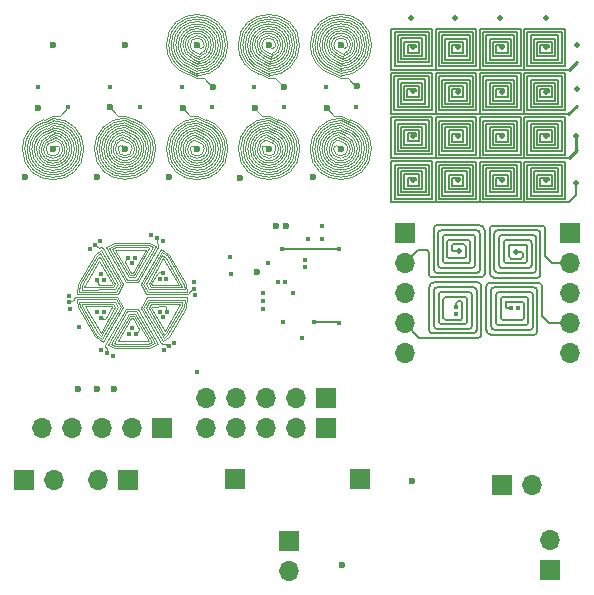
<source format=gbr>
%TF.GenerationSoftware,KiCad,Pcbnew,8.0.3*%
%TF.CreationDate,2024-07-16T20:49:30+03:00*%
%TF.ProjectId,PCBcoil,50434263-6f69-46c2-9e6b-696361645f70,rev?*%
%TF.SameCoordinates,Original*%
%TF.FileFunction,Copper,L3,Inr*%
%TF.FilePolarity,Positive*%
%FSLAX46Y46*%
G04 Gerber Fmt 4.6, Leading zero omitted, Abs format (unit mm)*
G04 Created by KiCad (PCBNEW 8.0.3) date 2024-07-16 20:49:30*
%MOMM*%
%LPD*%
G01*
G04 APERTURE LIST*
%TA.AperFunction,Conductor*%
%ADD10C,0.100000*%
%TD*%
%TA.AperFunction,ComponentPad*%
%ADD11R,1.700000X1.700000*%
%TD*%
%TA.AperFunction,ComponentPad*%
%ADD12O,1.700000X1.700000*%
%TD*%
%TA.AperFunction,ViaPad*%
%ADD13C,0.600000*%
%TD*%
%TA.AperFunction,ViaPad*%
%ADD14C,0.400000*%
%TD*%
%TA.AperFunction,ViaPad*%
%ADD15C,0.500000*%
%TD*%
%TA.AperFunction,Conductor*%
%ADD16C,0.130000*%
%TD*%
%TA.AperFunction,Conductor*%
%ADD17C,0.200000*%
%TD*%
%TA.AperFunction,Conductor*%
%ADD18C,0.250000*%
%TD*%
G04 APERTURE END LIST*
D10*
%TO.N,unconnected-(U2-SENSEU-Pad4)*%
X111311157Y-91135424D02*
G75*
G02*
X107711157Y-91135424I-1800000J0D01*
G01*
X119083658Y-82331841D02*
G75*
G02*
X124283658Y-82331841I2600000J0D01*
G01*
X115840346Y-90356644D02*
G75*
G02*
X116398907Y-91119364I-241246J-762556D01*
G01*
%TO.N,Net-(D1B-K)*%
X103818404Y-105278388D02*
X102508404Y-107558388D01*
X100971395Y-106854341D02*
X99581395Y-104446791D01*
%TO.N,unconnected-(U2-SENSEU-Pad4)*%
X124273979Y-91119364D02*
G75*
G02*
X119073979Y-91119364I-2600000J0D01*
G01*
X114977820Y-84252391D02*
X115581238Y-84545591D01*
X119073979Y-91119364D02*
G75*
G02*
X121673979Y-88519379I2600021J-36D01*
G01*
X107511157Y-91135424D02*
G75*
G02*
X109511157Y-89135357I1999943J124D01*
G01*
X109083868Y-83680331D02*
G75*
G02*
X108106246Y-82345573I422332J1334731D01*
G01*
X103891431Y-89581437D02*
G75*
G02*
X105008695Y-91106875I-482631J-1525363D01*
G01*
X112106260Y-82345573D02*
G75*
G02*
X109506260Y-84945660I-2600060J-27D01*
G01*
X107106260Y-82345573D02*
G75*
G02*
X111906260Y-82345573I2400000J0D01*
G01*
X113381238Y-82345591D02*
G75*
G02*
X117781238Y-82345591I2200000J0D01*
G01*
%TO.N,Net-(D1B-K)*%
X103718404Y-102012069D02*
X104278404Y-102012069D01*
%TO.N,unconnected-(U2-SENSEU-Pad4)*%
X106911157Y-91135424D02*
G75*
G02*
X109511157Y-88535357I2599943J124D01*
G01*
X116262739Y-89021884D02*
G75*
G02*
X117798958Y-91119364I-663839J-2097516D01*
G01*
X104132799Y-88818715D02*
G75*
G02*
X105808697Y-91106875I-723999J-2288085D01*
G01*
%TO.N,Net-(D1B-K)*%
X105186150Y-104567399D02*
X106684156Y-107152777D01*
%TO.N,unconnected-(U2-SENSEU-Pad4)*%
X119273979Y-91119364D02*
G75*
G02*
X121673979Y-88719379I2400021J-36D01*
G01*
%TO.N,Net-(D1B-K)*%
X104168404Y-101812069D02*
X105478404Y-99532069D01*
%TO.N,unconnected-(U2-SENSEU-Pad4)*%
X108963184Y-84061693D02*
G75*
G02*
X107706244Y-82345573I543016J1716093D01*
G01*
X97917752Y-91136405D02*
G75*
G02*
X96717752Y-91136405I-600000J0D01*
G01*
X117581238Y-82345591D02*
G75*
G02*
X115581238Y-84345538I-2000038J91D01*
G01*
X102408697Y-91106875D02*
G75*
G02*
X103204748Y-90127916I1000003J-25D01*
G01*
X116202397Y-89212564D02*
G75*
G02*
X117598958Y-91119364I-603497J-1906836D01*
G01*
X121200924Y-83857279D02*
G75*
G02*
X120083650Y-82331841I482776J1525479D01*
G01*
X97384361Y-89537796D02*
G75*
G02*
X98917689Y-91136405I-66561J-1598504D01*
G01*
X108842500Y-84443053D02*
G75*
G02*
X107306244Y-82345573I663700J2097453D01*
G01*
%TO.N,Net-(D1B-K)*%
X104723404Y-102540375D02*
X105223404Y-103406401D01*
X103598404Y-104878388D02*
X101948404Y-107738388D01*
X105408019Y-102526164D02*
X106641314Y-100382292D01*
%TO.N,unconnected-(U2-SENSEU-Pad4)*%
X110174917Y-89037944D02*
X109511157Y-88735424D01*
X122096371Y-89784606D02*
G75*
G02*
X123073956Y-91119364I-422471J-1334794D01*
G01*
%TO.N,Net-(D1B-K)*%
X102342895Y-104549848D02*
X101819812Y-105463841D01*
%TO.N,unconnected-(U2-SENSEU-Pad4)*%
X122673979Y-91119364D02*
G75*
G02*
X120673979Y-91119364I-1000000J0D01*
G01*
X121975688Y-90165964D02*
X121501214Y-89931607D01*
%TO.N,Net-(D1B-K)*%
X105584355Y-104277687D02*
X108057649Y-104273816D01*
X104498404Y-102412069D02*
X106238404Y-99392069D01*
%TO.N,unconnected-(U2-SENSEU-Pad4)*%
X124073979Y-91119364D02*
G75*
G02*
X119273979Y-91119364I-2400000J0D01*
G01*
X122683658Y-82331841D02*
G75*
G02*
X121887617Y-83310845I-999958J-59D01*
G01*
%TO.N,Net-(D1B-K)*%
X103718404Y-102012069D02*
X102318404Y-99602069D01*
X104048404Y-105478388D02*
X103928404Y-105478388D01*
%TO.N,unconnected-(U2-SENSEU-Pad4)*%
X103650064Y-90344155D02*
G75*
G02*
X104208697Y-91106875I-241264J-762645D01*
G01*
X108782158Y-84633733D02*
X109506260Y-84945573D01*
X103951773Y-89390755D02*
G75*
G02*
X105208697Y-91106875I-542973J-1716045D01*
G01*
X98117752Y-91136405D02*
G75*
G02*
X96517752Y-91136405I-800000J0D01*
G01*
X120483658Y-82306841D02*
G75*
G02*
X122884004Y-82331841I1200042J-25059D01*
G01*
%TO.N,Net-(D1B-K)*%
X105408404Y-108018388D02*
X102568404Y-108018388D01*
%TO.N,unconnected-(U2-SENSEU-Pad4)*%
X105408697Y-91106875D02*
G75*
G02*
X101408697Y-91106875I-2000000J0D01*
G01*
%TO.N,Net-(D1B-K)*%
X105668404Y-107488388D02*
X105348404Y-107618388D01*
%TO.N,unconnected-(U2-SENSEU-Pad4)*%
X108506260Y-82345573D02*
G75*
G02*
X110506260Y-82345573I1000000J0D01*
G01*
X123283654Y-82331841D02*
G75*
G02*
X121750268Y-83930469I-1599954J-59D01*
G01*
%TO.N,Net-(D1B-K)*%
X101477902Y-107231636D02*
X100971395Y-106854341D01*
X102571100Y-104545111D02*
X101337806Y-106688982D01*
%TO.N,unconnected-(U2-SENSEU-Pad4)*%
X110506260Y-82345573D02*
G75*
G02*
X109710229Y-83324626I-1000060J-27D01*
G01*
%TO.N,Net-(D1B-K)*%
X99419526Y-102542849D02*
X100839526Y-100083337D01*
%TO.N,unconnected-(U2-SENSEU-Pad4)*%
X109506261Y-84145573D02*
X109023526Y-83871011D01*
%TO.N,Net-(D1B-K)*%
X101534959Y-107510463D02*
X100823190Y-106997642D01*
%TO.N,unconnected-(U2-SENSEU-Pad4)*%
X113181238Y-82345591D02*
G75*
G02*
X117981238Y-82345591I2400000J0D01*
G01*
X103831089Y-89772117D02*
X103342088Y-89508266D01*
X119873979Y-91119364D02*
G75*
G02*
X121673978Y-89319379I1800021J-36D01*
G01*
X110911157Y-91135424D02*
G75*
G02*
X108111161Y-91135424I-1399998J-1D01*
G01*
X104008697Y-91106875D02*
G75*
G02*
X102808697Y-91106875I-600000J0D01*
G01*
%TO.N,Net-(D1B-K)*%
X103255715Y-104530899D02*
X101534959Y-107510463D01*
%TO.N,unconnected-(U2-SENSEU-Pad4)*%
X122036108Y-89975038D02*
X121545296Y-89725294D01*
X122217055Y-89403244D02*
X121673979Y-89119364D01*
X114181238Y-82345591D02*
G75*
G02*
X116981234Y-82345591I1399998J1D01*
G01*
X117598979Y-91119364D02*
G75*
G02*
X113598979Y-91119364I-2000000J0D01*
G01*
X121321529Y-83476167D02*
G75*
G02*
X120483719Y-82306842I362271J1144367D01*
G01*
X101608697Y-91106875D02*
G75*
G02*
X103408696Y-89306897I1800003J-25D01*
G01*
X121321529Y-83476167D02*
X121812341Y-83725911D01*
%TO.N,Net-(D1B-K)*%
X102299231Y-102635054D02*
X101246148Y-102639048D01*
X105636224Y-102521427D02*
X105696224Y-102625350D01*
%TO.N,unconnected-(U2-SENSEU-Pad4)*%
X110511157Y-91135424D02*
G75*
G02*
X108511157Y-91135424I-1000000J0D01*
G01*
X114917478Y-84443071D02*
G75*
G02*
X113381220Y-82345591I663722J2097471D01*
G01*
%TO.N,Net-(D1B-K)*%
X108582265Y-104565156D02*
X107162265Y-107024668D01*
%TO.N,unconnected-(U2-SENSEU-Pad4)*%
X109692182Y-90563386D02*
X109275888Y-90370801D01*
%TO.N,Net-(D1B-K)*%
X102638404Y-99472069D02*
X105328404Y-99472069D01*
%TO.N,unconnected-(U2-SENSEU-Pad4)*%
X110711157Y-91160424D02*
G75*
G02*
X108310984Y-91135424I-1199957J24924D01*
G01*
X109204551Y-83298973D02*
X109679025Y-83533330D01*
%TO.N,Net-(D1B-K)*%
X102578404Y-99072069D02*
X105418404Y-99072069D01*
%TO.N,unconnected-(U2-SENSEU-Pad4)*%
X109692182Y-90563386D02*
G75*
G02*
X110111162Y-91135424I-180982J-572014D01*
G01*
X115840346Y-90356644D02*
X115395025Y-90140383D01*
X121915346Y-90356644D02*
G75*
G02*
X122473907Y-91119364I-241246J-762556D01*
G01*
X109933549Y-89800666D02*
G75*
G02*
X110911162Y-91135424I-422349J-1334734D01*
G01*
%TO.N,Net-(D1B-K)*%
X105398404Y-107418388D02*
X102808404Y-107418388D01*
X99335677Y-103861195D02*
X99403190Y-104538130D01*
X102637510Y-103860136D02*
X99335677Y-103861195D01*
%TO.N,unconnected-(U2-SENSEU-Pad4)*%
X97521706Y-90157424D02*
G75*
G02*
X98317688Y-91136405I-203906J-978876D01*
G01*
X110306260Y-82345573D02*
G75*
G02*
X109741549Y-83110261I-800060J-27D01*
G01*
X116398979Y-91119364D02*
G75*
G02*
X114798979Y-91119364I-800000J0D01*
G01*
X116323081Y-88831204D02*
X115598979Y-88519364D01*
X102608697Y-91106875D02*
G75*
G02*
X103173434Y-90342273I800003J-25D01*
G01*
X109752524Y-90372704D02*
X109307203Y-90156443D01*
X97317752Y-89136405D02*
X96774676Y-89420285D01*
%TO.N,Net-(D1B-K)*%
X99771562Y-104256169D02*
X99794600Y-104416073D01*
X107007724Y-100216933D02*
X108397724Y-102624484D01*
X108457553Y-103881162D02*
X108384060Y-104508457D01*
%TO.N,unconnected-(U2-SENSEU-Pad4)*%
X116981234Y-82345591D02*
G75*
G02*
X115709917Y-83739622I-1399834J-109D01*
G01*
%TO.N,Net-(D1B-K)*%
X101139600Y-106745681D02*
X99794600Y-104416073D01*
%TO.N,unconnected-(U2-SENSEU-Pad4)*%
X112998979Y-91119364D02*
G75*
G02*
X115598979Y-88519379I2600021J-36D01*
G01*
X116021371Y-89784606D02*
G75*
G02*
X116998956Y-91119364I-422471J-1334794D01*
G01*
%TO.N,Net-(D1B-K)*%
X99944141Y-102834189D02*
X101239141Y-100591183D01*
X105229740Y-103691899D02*
X104729740Y-104557924D01*
X101337806Y-106688982D02*
X100042806Y-104445976D01*
%TO.N,unconnected-(U2-SENSEU-Pad4)*%
X116262739Y-89021884D02*
X115598979Y-88719364D01*
%TO.N,Net-(D1B-K)*%
X99795936Y-102690887D02*
X101140936Y-100361279D01*
%TO.N,unconnected-(U2-SENSEU-Pad4)*%
X104193141Y-88628035D02*
X103408697Y-88306875D01*
X97317752Y-88936405D02*
X96714334Y-89229605D01*
X110295601Y-88656584D02*
X109511157Y-88335424D01*
X109083868Y-83680331D02*
X109572869Y-83944182D01*
X121140582Y-84047961D02*
X121683658Y-84331841D01*
%TO.N,Net-(D1B-K)*%
X102401100Y-104250662D02*
X99771562Y-104256169D01*
%TO.N,unconnected-(U2-SENSEU-Pad4)*%
X118198979Y-91119364D02*
G75*
G02*
X112998979Y-91119364I-2600000J0D01*
G01*
X96717752Y-91136405D02*
G75*
G02*
X97136728Y-90564371I599848J105D01*
G01*
%TO.N,Net-(D1B-K)*%
X102571100Y-104545111D02*
X102401100Y-104250662D01*
X108253271Y-104074989D02*
X108205855Y-104417117D01*
%TO.N,unconnected-(U2-SENSEU-Pad4)*%
X122473979Y-91119364D02*
G75*
G02*
X120873979Y-91119364I-800000J0D01*
G01*
X96117752Y-91161405D02*
G75*
G02*
X96955623Y-89992080I1199848J25105D01*
G01*
X122398081Y-88831204D02*
X121673979Y-88519364D01*
X120959556Y-84620001D02*
X121683658Y-84931841D01*
%TO.N,Net-(D1B-K)*%
X105179814Y-102530901D02*
X106566935Y-100113465D01*
%TO.N,unconnected-(U2-SENSEU-Pad4)*%
X104132799Y-88818715D02*
X103408697Y-88506875D01*
%TO.N,Net-(D1B-K)*%
X106684156Y-107152777D02*
X106994060Y-106916007D01*
%TO.N,unconnected-(U2-SENSEU-Pad4)*%
X110054233Y-89419304D02*
X109511157Y-89135424D01*
X114857136Y-84633751D02*
G75*
G02*
X113181220Y-82345591I724064J2288151D01*
G01*
%TO.N,Net-(D1B-K)*%
X104723404Y-102540375D02*
X106444160Y-99560812D01*
%TO.N,unconnected-(U2-SENSEU-Pad4)*%
X108711157Y-91135424D02*
G75*
G02*
X109275886Y-90370794I799843J124D01*
G01*
X116998979Y-91119364D02*
G75*
G02*
X114198983Y-91119364I-1399998J-1D01*
G01*
X108306260Y-82320573D02*
G75*
G02*
X110706601Y-82345573I1200040J-25027D01*
G01*
X122458423Y-88640524D02*
X121673979Y-88319364D01*
%TO.N,Net-(D1B-K)*%
X105478404Y-99532069D02*
X105328404Y-99472069D01*
%TO.N,unconnected-(U2-SENSEU-Pad4)*%
X103951773Y-89390755D02*
X103408697Y-89106875D01*
X124083658Y-82331841D02*
G75*
G02*
X121683658Y-84731858I-2399958J-59D01*
G01*
X115900688Y-90165964D02*
X115426214Y-89931607D01*
%TO.N,Net-(D1B-K)*%
X101412184Y-106957809D02*
X101139600Y-106745681D01*
X102535641Y-103025580D02*
X99748520Y-103033016D01*
%TO.N,unconnected-(U2-SENSEU-Pad4)*%
X122398081Y-88831204D02*
G75*
G02*
X124073958Y-91119364I-724181J-2288196D01*
G01*
%TO.N,Net-(D1B-K)*%
X108670496Y-103692335D02*
X108582265Y-104565156D01*
%TO.N,unconnected-(U2-SENSEU-Pad4)*%
X115038162Y-84061711D02*
X115581238Y-84345591D01*
%TO.N,Net-(D1B-K)*%
X103608404Y-102212069D02*
X102048404Y-99522069D01*
%TO.N,unconnected-(U2-SENSEU-Pad4)*%
X113781238Y-82345591D02*
G75*
G02*
X117381238Y-82345591I1800000J0D01*
G01*
X120273983Y-91119364D02*
G75*
G02*
X121545298Y-89725311I1400017J-36D01*
G01*
X117998979Y-91119364D02*
G75*
G02*
X113198979Y-91119364I-2400000J0D01*
G01*
X115219109Y-83489917D02*
G75*
G02*
X114381223Y-82320591I362091J1144317D01*
G01*
%TO.N,Net-(D1B-K)*%
X103498404Y-102412069D02*
X101778404Y-99432069D01*
%TO.N,unconnected-(U2-SENSEU-Pad4)*%
X101408697Y-91106875D02*
G75*
G02*
X103408697Y-89106897I2000003J-25D01*
G01*
X119673979Y-91119364D02*
G75*
G02*
X121673979Y-89119379I2000021J-36D01*
G01*
%TO.N,Net-(D1B-K)*%
X102588404Y-99672069D02*
X105178404Y-99672069D01*
%TO.N,unconnected-(U2-SENSEU-Pad4)*%
X110111157Y-91135424D02*
G75*
G02*
X108911157Y-91135424I-600000J0D01*
G01*
%TO.N,Net-(D1B-K)*%
X108643442Y-103210080D02*
X108575929Y-102533144D01*
%TO.N,unconnected-(U2-SENSEU-Pad4)*%
X114857136Y-84633751D02*
X115581238Y-84945591D01*
X107306260Y-82345573D02*
G75*
G02*
X111706260Y-82345573I2200000J0D01*
G01*
%TO.N,Net-(D1B-K)*%
X108447820Y-103011253D02*
X108397724Y-102624484D01*
%TO.N,unconnected-(U2-SENSEU-Pad4)*%
X123083654Y-82331841D02*
G75*
G02*
X121812343Y-83725931I-1399954J-59D01*
G01*
X120673979Y-91119364D02*
G75*
G02*
X121470029Y-90140402I1000021J-36D01*
G01*
X107506260Y-82345573D02*
G75*
G02*
X111506260Y-82345573I2000000J0D01*
G01*
X121683659Y-84131841D02*
X121200924Y-83857279D01*
%TO.N,Net-(D1B-K)*%
X105636224Y-102521427D02*
X106159307Y-101607433D01*
%TO.N,unconnected-(U2-SENSEU-Pad4)*%
X100808697Y-91106875D02*
G75*
G02*
X103408697Y-88506897I2600003J-25D01*
G01*
X117381238Y-82345591D02*
G75*
G02*
X115581239Y-84145538I-1800038J91D01*
G01*
X110174917Y-89037944D02*
G75*
G02*
X111711164Y-91135424I-663717J-2097456D01*
G01*
X116383423Y-88640524D02*
G75*
G02*
X118198958Y-91119364I-784523J-2478876D01*
G01*
%TO.N,Net-(D1B-K)*%
X101392013Y-99686401D02*
X100839526Y-100083337D01*
X102359231Y-102531131D02*
X101239141Y-100591183D01*
%TO.N,unconnected-(U2-SENSEU-Pad4)*%
X123273979Y-91119364D02*
G75*
G02*
X120073983Y-91119364I-1599998J-1D01*
G01*
X104072457Y-89009395D02*
G75*
G02*
X105608653Y-91106875I-663857J-2097505D01*
G01*
X120883658Y-82331841D02*
G75*
G02*
X122483658Y-82331841I800000J0D01*
G01*
X122458423Y-88640524D02*
G75*
G02*
X124273958Y-91119364I-784523J-2478876D01*
G01*
%TO.N,Net-(D1B-K)*%
X102755715Y-103664874D02*
X99270318Y-103667989D01*
X104058404Y-101612069D02*
X105178404Y-99672069D01*
%TO.N,unconnected-(U2-SENSEU-Pad4)*%
X121019898Y-84429321D02*
X121683658Y-84731841D01*
X115098504Y-83871029D02*
G75*
G02*
X113981222Y-82345591I482696J1525429D01*
G01*
%TO.N,Net-(D1B-K)*%
X106641314Y-100382292D02*
X107936314Y-102625298D01*
%TO.N,unconnected-(U2-SENSEU-Pad4)*%
X108511157Y-91135424D02*
G75*
G02*
X109307204Y-90156447I999843J124D01*
G01*
X108902842Y-84252373D02*
G75*
G02*
X107506244Y-82345573I603358J1906773D01*
G01*
%TO.N,Net-(D1B-K)*%
X104158404Y-105278388D02*
X103818404Y-105278388D01*
X106733893Y-106846629D02*
X106860855Y-106746725D01*
%TO.N,unconnected-(U2-SENSEU-Pad4)*%
X107711157Y-91135424D02*
G75*
G02*
X109511156Y-89335457I1800043J-76D01*
G01*
X121080240Y-84238641D02*
G75*
G02*
X119683648Y-82331841I603460J1906841D01*
G01*
%TO.N,Net-(D1B-K)*%
X106839519Y-100325594D02*
X108184519Y-102655202D01*
X99331295Y-103415669D02*
X99419526Y-102542849D01*
%TO.N,unconnected-(U2-SENSEU-Pad4)*%
X97446435Y-89742335D02*
G75*
G02*
X98717696Y-91136405I-128735J-1394065D01*
G01*
X115961108Y-89975038D02*
X115470296Y-89725294D01*
%TO.N,Net-(D1B-K)*%
X105408019Y-102526164D02*
X105578019Y-102820612D01*
%TO.N,unconnected-(U2-SENSEU-Pad4)*%
X121442291Y-83094561D02*
X121887612Y-83310822D01*
%TO.N,Net-(D1B-K)*%
X107155929Y-100073632D02*
X108575929Y-102533144D01*
%TO.N,unconnected-(U2-SENSEU-Pad4)*%
X111711157Y-91135424D02*
G75*
G02*
X107311157Y-91135424I-2200000J0D01*
G01*
X97317752Y-88736405D02*
X96653992Y-89038925D01*
X114598979Y-91119364D02*
G75*
G02*
X115395029Y-90140402I1000021J-36D01*
G01*
X107906260Y-82345573D02*
G75*
G02*
X111106256Y-82345573I1599998J1D01*
G01*
X122337739Y-89021884D02*
G75*
G02*
X123873958Y-91119364I-663839J-2097516D01*
G01*
X115339871Y-83108311D02*
X115785192Y-83324572D01*
X104193141Y-88628035D02*
G75*
G02*
X106008653Y-91106875I-784541J-2478865D01*
G01*
X103770826Y-89962549D02*
G75*
G02*
X104608679Y-91131875I-362326J-1144451D01*
G01*
X121442291Y-83094561D02*
G75*
G02*
X120883648Y-82331841I241409J762761D01*
G01*
X109264893Y-83108293D02*
G75*
G02*
X108706244Y-82345573I241307J762693D01*
G01*
X114981238Y-82345591D02*
G75*
G02*
X116181238Y-82345591I600000J0D01*
G01*
X114581238Y-82345591D02*
G75*
G02*
X116581238Y-82345591I1000000J0D01*
G01*
X109144131Y-83489899D02*
X109634943Y-83739643D01*
X116198979Y-91119364D02*
G75*
G02*
X114998979Y-91119364I-600000J0D01*
G01*
X95917752Y-91136405D02*
G75*
G02*
X96895361Y-89801651I1399848J105D01*
G01*
X101808701Y-91106875D02*
G75*
G02*
X103342089Y-89508288I1599999J-25D01*
G01*
%TO.N,Net-(D1B-K)*%
X105341609Y-103211138D02*
X108643442Y-103210080D01*
%TO.N,unconnected-(U2-SENSEU-Pad4)*%
X115038162Y-84061711D02*
G75*
G02*
X113781220Y-82345591I543038J1716111D01*
G01*
X120899214Y-84810681D02*
X121683658Y-85131841D01*
X121855004Y-90547326D02*
X121438710Y-90354741D01*
%TO.N,Net-(D1B-K)*%
X104268404Y-105078388D02*
X105668404Y-107488388D01*
X104278404Y-102012069D02*
X105768404Y-99422069D01*
X106609778Y-107421603D02*
X107162265Y-107024668D01*
%TO.N,unconnected-(U2-SENSEU-Pad4)*%
X115339871Y-83108311D02*
G75*
G02*
X114781220Y-82345591I241329J762711D01*
G01*
X108906260Y-82345573D02*
G75*
G02*
X110106260Y-82345573I600000J0D01*
G01*
X114198983Y-91119364D02*
G75*
G02*
X115470298Y-89725311I1400017J-36D01*
G01*
X96517752Y-91136405D02*
G75*
G02*
X97076387Y-90373691I799848J105D01*
G01*
X109511156Y-89335424D02*
X109993891Y-89609986D01*
X98717748Y-91136405D02*
G75*
G02*
X95917752Y-91136405I-1399998J-1D01*
G01*
X120899214Y-84810681D02*
G75*
G02*
X119083648Y-82331841I784486J2478881D01*
G01*
%TO.N,Net-(D1B-K)*%
X102519305Y-104055399D02*
X99531299Y-104060021D01*
%TO.N,unconnected-(U2-SENSEU-Pad4)*%
X121502633Y-82903879D02*
G75*
G02*
X121083650Y-82331841I181067J572079D01*
G01*
%TO.N,Net-(D1B-K)*%
X99544238Y-103226842D02*
X99617731Y-102599548D01*
%TO.N,unconnected-(U2-SENSEU-Pad4)*%
X103589722Y-90534837D02*
G75*
G02*
X104008695Y-91106875I-180922J-571963D01*
G01*
X110906256Y-82345573D02*
G75*
G02*
X109634950Y-83739723I-1400056J-27D01*
G01*
X103831089Y-89772117D02*
G75*
G02*
X104808695Y-91106875I-422289J-1334683D01*
G01*
%TO.N,Net-(D1B-K)*%
X102282895Y-104445925D02*
X100042806Y-104445976D01*
%TO.N,unconnected-(U2-SENSEU-Pad4)*%
X108106260Y-82345573D02*
G75*
G02*
X110906256Y-82345573I1399998J1D01*
G01*
X119283658Y-82331841D02*
G75*
G02*
X124083658Y-82331841I2400000J0D01*
G01*
%TO.N,Net-(D1B-K)*%
X101267898Y-100261375D02*
X101140936Y-100361279D01*
%TO.N,unconnected-(U2-SENSEU-Pad4)*%
X97317752Y-88936405D02*
G75*
G02*
X99517695Y-91136405I-52J-2199995D01*
G01*
X115279529Y-83298991D02*
X115754003Y-83533348D01*
X108721816Y-84824413D02*
X109506260Y-85145573D01*
X108842500Y-84443053D02*
X109506260Y-84745573D01*
X97384361Y-89537796D02*
X96895360Y-89801647D01*
X122277397Y-89212564D02*
G75*
G02*
X123673958Y-91119364I-603497J-1906836D01*
G01*
%TO.N,Net-(D1B-K)*%
X102772051Y-103416106D02*
X103272051Y-102550080D01*
%TO.N,unconnected-(U2-SENSEU-Pad4)*%
X102008701Y-91106875D02*
G75*
G02*
X103280016Y-89712828I1399999J-25D01*
G01*
X97317752Y-89136405D02*
G75*
G02*
X99317695Y-91136405I-52J-1999995D01*
G01*
X116021371Y-89784606D02*
X115532370Y-89520755D01*
%TO.N,Net-(D1B-K)*%
X102653846Y-103220843D02*
X103043846Y-102545343D01*
%TO.N,unconnected-(U2-SENSEU-Pad4)*%
X108963184Y-84061693D02*
X109506260Y-84345573D01*
%TO.N,Net-(D1B-K)*%
X103608404Y-102212069D02*
X104388404Y-102212069D01*
X104488404Y-104678388D02*
X103488404Y-104678388D01*
X102218404Y-107668388D02*
X102578404Y-107818388D01*
%TO.N,unconnected-(U2-SENSEU-Pad4)*%
X119883658Y-82331841D02*
G75*
G02*
X123483658Y-82331841I1800000J0D01*
G01*
X105208697Y-91106875D02*
G75*
G02*
X101608697Y-91106875I-1800000J0D01*
G01*
X120959556Y-84620001D02*
G75*
G02*
X119283648Y-82331841I724144J2288201D01*
G01*
X111111157Y-91135424D02*
G75*
G02*
X107911161Y-91135424I-1599998J-1D01*
G01*
X94717752Y-91136405D02*
G75*
G02*
X96533304Y-88657553I2600148J-95D01*
G01*
X115598978Y-89319364D02*
X116081713Y-89593926D01*
X108721816Y-84824413D02*
G75*
G02*
X106906244Y-82345573I784384J2478813D01*
G01*
X121502633Y-82903879D02*
X121918927Y-83096464D01*
%TO.N,Net-(D1B-K)*%
X102318404Y-99602069D02*
X102638404Y-99472069D01*
%TO.N,unconnected-(U2-SENSEU-Pad4)*%
X99717752Y-91136405D02*
G75*
G02*
X94917752Y-91136405I-2400000J0D01*
G01*
X121915346Y-90356644D02*
X121470025Y-90140383D01*
X96835018Y-89610967D02*
X97317753Y-89336405D01*
X122337739Y-89021884D02*
X121673979Y-88719364D01*
X122036108Y-89975038D02*
G75*
G02*
X122873957Y-91144364I-362208J-1144362D01*
G01*
X117398979Y-91119364D02*
G75*
G02*
X113798979Y-91119364I-1800000J0D01*
G01*
%TO.N,Net-(D1B-K)*%
X105466150Y-104082425D02*
X108253271Y-104074989D01*
%TO.N,unconnected-(U2-SENSEU-Pad4)*%
X115400213Y-82917629D02*
X115816507Y-83110214D01*
X99917752Y-91136405D02*
G75*
G02*
X94717752Y-91136405I-2600000J0D01*
G01*
X109933549Y-89800666D02*
X109444548Y-89536815D01*
X109023526Y-83871011D02*
G75*
G02*
X107906246Y-82345573I482674J1525411D01*
G01*
X113581238Y-82345591D02*
G75*
G02*
X117581238Y-82345591I2000000J0D01*
G01*
%TO.N,Net-(D1B-K)*%
X105702560Y-104472950D02*
X106755643Y-104468957D01*
%TO.N,unconnected-(U2-SENSEU-Pad4)*%
X105008697Y-91106875D02*
G75*
G02*
X101808701Y-91106875I-1599998J-1D01*
G01*
%TO.N,Net-(D1B-K)*%
X99531299Y-104060021D02*
X99581395Y-104446791D01*
X108205855Y-104417117D02*
X106860855Y-106746725D01*
X102815641Y-102540606D02*
X101317635Y-99955228D01*
%TO.N,unconnected-(U2-SENSEU-Pad4)*%
X123473979Y-91119364D02*
G75*
G02*
X119873979Y-91119364I-1800000J0D01*
G01*
X95517752Y-91136405D02*
G75*
G02*
X96774678Y-89420291I1799848J105D01*
G01*
%TO.N,Net-(D1B-K)*%
X104378404Y-104878388D02*
X103598404Y-104878388D01*
%TO.N,unconnected-(U2-SENSEU-Pad4)*%
X113398979Y-91119364D02*
G75*
G02*
X115598979Y-88919379I2200021J-36D01*
G01*
X106906260Y-82345573D02*
G75*
G02*
X112106260Y-82345573I2600000J0D01*
G01*
%TO.N,Net-(D1B-K)*%
X102508404Y-107558388D02*
X102658404Y-107618388D01*
%TO.N,unconnected-(U2-SENSEU-Pad4)*%
X118181238Y-82345591D02*
G75*
G02*
X115581238Y-84945538I-2600038J91D01*
G01*
X97521706Y-90157424D02*
X97076385Y-90373685D01*
%TO.N,Net-(D1B-K)*%
X104957945Y-104562662D02*
X106609778Y-107421603D01*
%TO.N,unconnected-(U2-SENSEU-Pad4)*%
X114781238Y-82345591D02*
G75*
G02*
X116381238Y-82345591I800000J0D01*
G01*
X117781238Y-82345591D02*
G75*
G02*
X115581238Y-84545538I-2200038J91D01*
G01*
X104012115Y-89200075D02*
X103408697Y-88906875D01*
X96317752Y-91136405D02*
G75*
G02*
X97016045Y-90183011I999848J105D01*
G01*
%TO.N,Net-(D1B-K)*%
X102299231Y-102635054D02*
X102359231Y-102531131D01*
%TO.N,unconnected-(U2-SENSEU-Pad4)*%
X103650064Y-90344155D02*
X103204743Y-90127894D01*
X121975688Y-90165964D02*
G75*
G02*
X122673958Y-91119364I-301788J-953436D01*
G01*
X97446435Y-89742335D02*
X96955623Y-89992079D01*
X114398723Y-91119364D02*
G75*
G02*
X115426217Y-89931624I1200277J-36D01*
G01*
%TO.N,Net-(D1B-K)*%
X103708404Y-105078388D02*
X102218404Y-107668388D01*
X105584355Y-104277687D02*
X105414355Y-104572136D01*
X103938404Y-101612069D02*
X104058404Y-101612069D01*
%TO.N,unconnected-(U2-SENSEU-Pad4)*%
X97317753Y-89336405D02*
G75*
G02*
X99117695Y-91136405I-53J-1799995D01*
G01*
%TO.N,Net-(D1B-K)*%
X102653846Y-103220843D02*
X99544238Y-103226842D01*
%TO.N,unconnected-(U2-SENSEU-Pad4)*%
X122096371Y-89784606D02*
X121607370Y-89520755D01*
X105808697Y-91106875D02*
G75*
G02*
X101008697Y-91106875I-2400000J0D01*
G01*
X115900688Y-90165964D02*
G75*
G02*
X116598958Y-91119364I-301788J-953436D01*
G01*
X122873979Y-91144364D02*
G75*
G02*
X120473761Y-91119364I-1199979J24964D01*
G01*
X115581239Y-84145591D02*
X115098504Y-83871029D01*
X121080240Y-84238641D02*
X121683658Y-84531841D01*
X121381949Y-83285241D02*
G75*
G02*
X120683604Y-82331841I301551J953341D01*
G01*
X117798979Y-91119364D02*
G75*
G02*
X113398979Y-91119364I-2200000J0D01*
G01*
X112111157Y-91135424D02*
G75*
G02*
X106911157Y-91135424I-2600000J0D01*
G01*
X114798979Y-91119364D02*
G75*
G02*
X115363716Y-90354760I800021J-36D01*
G01*
%TO.N,Net-(D1B-K)*%
X105348404Y-107618388D02*
X102658404Y-107618388D01*
%TO.N,unconnected-(U2-SENSEU-Pad4)*%
X107911161Y-91135424D02*
G75*
G02*
X109444549Y-89536842I1599839J124D01*
G01*
X120283658Y-82331841D02*
G75*
G02*
X123083654Y-82331841I1399998J1D01*
G01*
%TO.N,Net-(D1B-K)*%
X102417436Y-102830317D02*
X99944141Y-102834189D01*
%TO.N,unconnected-(U2-SENSEU-Pad4)*%
X104408697Y-91106875D02*
G75*
G02*
X102408697Y-91106875I-1000000J0D01*
G01*
%TO.N,Net-(D1B-K)*%
X108384060Y-104508457D02*
X106994060Y-106916007D01*
%TO.N,unconnected-(U2-SENSEU-Pad4)*%
X105608697Y-91106875D02*
G75*
G02*
X101208697Y-91106875I-2200000J0D01*
G01*
X109812866Y-90182024D02*
G75*
G02*
X110511164Y-91135424I-301666J-953376D01*
G01*
X108111161Y-91135424D02*
G75*
G02*
X109382476Y-89741374I1399839J124D01*
G01*
X104072457Y-89009395D02*
X103408697Y-88706875D01*
X122883914Y-82331841D02*
G75*
G02*
X121856426Y-83519620I-1200214J-59D01*
G01*
X109325235Y-82917611D02*
X109741529Y-83110196D01*
X119483658Y-82331841D02*
G75*
G02*
X123883658Y-82331841I2200000J0D01*
G01*
X109204551Y-83298973D02*
G75*
G02*
X108506244Y-82345573I301649J953373D01*
G01*
X109144131Y-83489899D02*
G75*
G02*
X108306247Y-82320573I362069J1144299D01*
G01*
X97490517Y-89948648D02*
X97016043Y-90183005D01*
X104608697Y-91131875D02*
G75*
G02*
X102208443Y-91106875I-1199997J24975D01*
G01*
%TO.N,Net-(D1B-K)*%
X105466150Y-104082425D02*
X105186150Y-104567399D01*
%TO.N,unconnected-(U2-SENSEU-Pad4)*%
X122217055Y-89403244D02*
G75*
G02*
X123473958Y-91119364I-543155J-1716156D01*
G01*
X107706260Y-82345573D02*
G75*
G02*
X111306260Y-82345573I1800000J0D01*
G01*
X108310901Y-91135424D02*
G75*
G02*
X109338394Y-89947679I1200099J124D01*
G01*
%TO.N,Net-(D1B-K)*%
X103928404Y-105478388D02*
X102808404Y-107418388D01*
X101317635Y-99955228D02*
X101007731Y-100191997D01*
%TO.N,unconnected-(U2-SENSEU-Pad4)*%
X121673978Y-89319364D02*
X122156713Y-89593926D01*
%TO.N,Net-(D1B-K)*%
X102587436Y-102535869D02*
X101267898Y-100261375D01*
%TO.N,unconnected-(U2-SENSEU-Pad4)*%
X109873286Y-89991098D02*
X109382474Y-89741354D01*
X116781494Y-82345591D02*
G75*
G02*
X115753999Y-83533318I-1200094J-109D01*
G01*
X122483658Y-82331841D02*
G75*
G02*
X121918935Y-83096490I-799958J-59D01*
G01*
X109325235Y-82917611D02*
G75*
G02*
X108906246Y-82345573I180965J572011D01*
G01*
%TO.N,Net-(D1B-K)*%
X104488404Y-104678388D02*
X106208404Y-107658388D01*
X108207557Y-102815106D02*
X108184519Y-102655202D01*
%TO.N,unconnected-(U2-SENSEU-Pad4)*%
X119473979Y-91119364D02*
G75*
G02*
X121673979Y-88919379I2200021J-36D01*
G01*
%TO.N,Net-(D1B-K)*%
X103488404Y-104678388D02*
X101748404Y-107698388D01*
%TO.N,unconnected-(U2-SENSEU-Pad4)*%
X121019898Y-84429321D02*
G75*
G02*
X119483648Y-82331841I663802J2097521D01*
G01*
X102208441Y-91106875D02*
G75*
G02*
X103235935Y-89919140I1200259J-25D01*
G01*
X108902842Y-84252373D02*
X109506260Y-84545573D01*
X109873286Y-89991098D02*
G75*
G02*
X110711161Y-91160424I-362086J-1144302D01*
G01*
X115158846Y-83680349D02*
G75*
G02*
X114181222Y-82345591I422354J1334749D01*
G01*
X115219109Y-83489917D02*
X115709921Y-83739661D01*
X114796794Y-84824431D02*
X115581238Y-85145591D01*
%TO.N,Net-(D1B-K)*%
X105229740Y-103691899D02*
X108670496Y-103692335D01*
%TO.N,unconnected-(U2-SENSEU-Pad4)*%
X97490517Y-89948648D02*
G75*
G02*
X98517945Y-91136405I-172717J-1187652D01*
G01*
X110706516Y-82345573D02*
G75*
G02*
X109679036Y-83533407I-1200316J-27D01*
G01*
X113798979Y-91119364D02*
G75*
G02*
X115598978Y-89319379I1800021J-36D01*
G01*
%TO.N,Net-(D1B-K)*%
X103828404Y-101812069D02*
X104168404Y-101812069D01*
%TO.N,unconnected-(U2-SENSEU-Pad4)*%
X107311157Y-91135424D02*
G75*
G02*
X109511157Y-88935357I2199943J124D01*
G01*
%TO.N,Net-(D1B-K)*%
X100823190Y-106997642D02*
X99403190Y-104538130D01*
%TO.N,unconnected-(U2-SENSEU-Pad4)*%
X114977820Y-84252391D02*
G75*
G02*
X113581220Y-82345591I603380J1906791D01*
G01*
X114796794Y-84824431D02*
G75*
G02*
X112981220Y-82345591I784406J2478831D01*
G01*
X114381238Y-82320591D02*
G75*
G02*
X116781421Y-82345591I1199962J-24909D01*
G01*
X99117752Y-91136405D02*
G75*
G02*
X95517752Y-91136405I-1800000J0D01*
G01*
X97317752Y-88736405D02*
G75*
G02*
X99717695Y-91136405I-52J-2399995D01*
G01*
%TO.N,Net-(D1B-K)*%
X106208404Y-107658388D02*
X105408404Y-108018388D01*
%TO.N,unconnected-(U2-SENSEU-Pad4)*%
X111511157Y-91135424D02*
G75*
G02*
X107511157Y-91135424I-2000000J0D01*
G01*
%TO.N,Net-(D1B-K)*%
X102799305Y-104540373D02*
X101412184Y-106957809D01*
X104951609Y-102535638D02*
X106501217Y-99839639D01*
%TO.N,unconnected-(U2-SENSEU-Pad4)*%
X123483658Y-82331841D02*
G75*
G02*
X121683659Y-84131858I-1799958J-59D01*
G01*
X115158846Y-83680349D02*
X115647847Y-83944200D01*
%TO.N,Net-(D1B-K)*%
X104378404Y-104878388D02*
X105938404Y-107568388D01*
X102772051Y-103416106D02*
X99331295Y-103415669D01*
%TO.N,unconnected-(U2-SENSEU-Pad4)*%
X110114575Y-89228624D02*
X109511157Y-88935424D01*
%TO.N,Net-(D1B-K)*%
X103255715Y-104530899D02*
X102755715Y-103664874D01*
%TO.N,unconnected-(U2-SENSEU-Pad4)*%
X120083658Y-82331841D02*
G75*
G02*
X123283654Y-82331841I1599998J1D01*
G01*
X99317752Y-91136405D02*
G75*
G02*
X95317752Y-91136405I-2000000J0D01*
G01*
X123873979Y-91119364D02*
G75*
G02*
X119473979Y-91119364I-2200000J0D01*
G01*
X103710406Y-90153475D02*
G75*
G02*
X104408679Y-91106875I-301906J-953525D01*
G01*
%TO.N,Net-(D1B-K)*%
X101948404Y-107738388D02*
X102568404Y-108018388D01*
%TO.N,unconnected-(U2-SENSEU-Pad4)*%
X116142055Y-89403244D02*
G75*
G02*
X117398958Y-91119364I-543155J-1716156D01*
G01*
X112981238Y-82345591D02*
G75*
G02*
X118181238Y-82345591I2600000J0D01*
G01*
%TO.N,Net-(D1B-K)*%
X106444160Y-99560812D02*
X107155929Y-100073632D01*
%TO.N,unconnected-(U2-SENSEU-Pad4)*%
X116383423Y-88640524D02*
X115598979Y-88319364D01*
X106008697Y-91106875D02*
G75*
G02*
X100808697Y-91106875I-2600000J0D01*
G01*
%TO.N,Net-(D1B-K)*%
X104048404Y-105478388D02*
X104578404Y-106388388D01*
%TO.N,unconnected-(U2-SENSEU-Pad4)*%
X98317752Y-91136405D02*
G75*
G02*
X96317752Y-91136405I-1000000J0D01*
G01*
X116202397Y-89212564D02*
X115598979Y-88919364D01*
X94917752Y-91136405D02*
G75*
G02*
X96593646Y-88848233I2400148J-95D01*
G01*
X115780004Y-90547326D02*
G75*
G02*
X116198956Y-91119364I-181104J-572074D01*
G01*
X119683658Y-82331841D02*
G75*
G02*
X123683658Y-82331841I2000000J0D01*
G01*
X99517752Y-91136405D02*
G75*
G02*
X95117752Y-91136405I-2200000J0D01*
G01*
X111106256Y-82345573D02*
G75*
G02*
X109572873Y-83944266I-1600056J-27D01*
G01*
%TO.N,Net-(D1B-K)*%
X102628404Y-99272069D02*
X105408404Y-99272069D01*
%TO.N,unconnected-(U2-SENSEU-Pad4)*%
X108706260Y-82345573D02*
G75*
G02*
X110306260Y-82345573I800000J0D01*
G01*
X101208697Y-91106875D02*
G75*
G02*
X103408697Y-88906897I2200003J-25D01*
G01*
X111906260Y-82345573D02*
G75*
G02*
X109506260Y-84745660I-2400060J-27D01*
G01*
X110114575Y-89228624D02*
G75*
G02*
X111511164Y-91135424I-603375J-1906776D01*
G01*
%TO.N,Net-(D1B-K)*%
X105223404Y-103406401D02*
X108708801Y-103403285D01*
%TO.N,unconnected-(U2-SENSEU-Pad4)*%
X108782158Y-84633733D02*
G75*
G02*
X107106244Y-82345573I724042J2288133D01*
G01*
X97317752Y-88536405D02*
X96593650Y-88848245D01*
X115400213Y-82917629D02*
G75*
G02*
X114981222Y-82345591I180987J572029D01*
G01*
X103589722Y-90534837D02*
X103173428Y-90342252D01*
%TO.N,Net-(D1B-K)*%
X99617731Y-102599548D02*
X101007731Y-100191997D01*
X102048404Y-99522069D02*
X102628404Y-99272069D01*
%TO.N,unconnected-(U2-SENSEU-Pad4)*%
X113998983Y-91119364D02*
G75*
G02*
X115532371Y-89520771I1600017J-36D01*
G01*
%TO.N,Net-(D1B-K)*%
X103272051Y-102550080D02*
X101526654Y-99533196D01*
%TO.N,unconnected-(U2-SENSEU-Pad4)*%
X121381949Y-83285241D02*
X121856423Y-83519598D01*
X109264893Y-83108293D02*
X109710214Y-83324554D01*
%TO.N,Net-(D1B-K)*%
X102535641Y-103025580D02*
X102815641Y-102540606D01*
%TO.N,unconnected-(U2-SENSEU-Pad4)*%
X97317752Y-88536405D02*
G75*
G02*
X99917695Y-91136405I-52J-2599995D01*
G01*
X95717752Y-91136405D02*
G75*
G02*
X96835019Y-89610971I1599848J105D01*
G01*
%TO.N,Net-(D1B-K)*%
X105696224Y-102625350D02*
X107936314Y-102625298D01*
%TO.N,unconnected-(U2-SENSEU-Pad4)*%
X104012115Y-89200075D02*
G75*
G02*
X105408653Y-91106875I-603515J-1906825D01*
G01*
X122277397Y-89212564D02*
X121673979Y-88919364D01*
X95117752Y-91136405D02*
G75*
G02*
X96653994Y-89038931I2199848J105D01*
G01*
%TO.N,Net-(D1B-K)*%
X106038404Y-99352069D02*
X105418404Y-99072069D01*
X105578019Y-102820612D02*
X108207557Y-102815106D01*
%TO.N,unconnected-(U2-SENSEU-Pad4)*%
X97553021Y-90371782D02*
G75*
G02*
X98117710Y-91136405I-235321J-764618D01*
G01*
X109812866Y-90182024D02*
X109338392Y-89947667D01*
%TO.N,Net-(D1B-K)*%
X104268404Y-105078388D02*
X103708404Y-105078388D01*
%TO.N,unconnected-(U2-SENSEU-Pad4)*%
X120683658Y-82331841D02*
G75*
G02*
X122683658Y-82331841I1000000J0D01*
G01*
X116598979Y-91119364D02*
G75*
G02*
X114598979Y-91119364I-1000000J0D01*
G01*
X111506260Y-82345573D02*
G75*
G02*
X109506260Y-84345660I-2000060J-27D01*
G01*
X121083658Y-82331841D02*
G75*
G02*
X122283658Y-82331841I600000J0D01*
G01*
X109752524Y-90372704D02*
G75*
G02*
X110311190Y-91135424I-241424J-762796D01*
G01*
X120873979Y-91119364D02*
G75*
G02*
X121438716Y-90354760I800021J-36D01*
G01*
X113981238Y-82345591D02*
G75*
G02*
X117181234Y-82345591I1599998J1D01*
G01*
X120473723Y-91119364D02*
G75*
G02*
X121501217Y-89931624I1200277J-36D01*
G01*
%TO.N,Net-(D1B-K)*%
X105179814Y-102530901D02*
X105459814Y-103015875D01*
X108057649Y-104273816D02*
X106762649Y-106516822D01*
X103498404Y-102412069D02*
X104498404Y-102412069D01*
%TO.N,unconnected-(U2-SENSEU-Pad4)*%
X117981238Y-82345591D02*
G75*
G02*
X115581238Y-84745538I-2400038J91D01*
G01*
%TO.N,Net-(D1B-K)*%
X104158404Y-105278388D02*
X105398404Y-107418388D01*
X105358404Y-107818388D02*
X102578404Y-107818388D01*
X105642560Y-104576873D02*
X106762649Y-106516822D01*
X103938404Y-101612069D02*
X103408404Y-100702069D01*
%TO.N,unconnected-(U2-SENSEU-Pad4)*%
X110235259Y-88847264D02*
G75*
G02*
X111911164Y-91135424I-724059J-2288136D01*
G01*
%TO.N,Net-(D1B-K)*%
X106566935Y-100113465D02*
X106839519Y-100325594D01*
%TO.N,unconnected-(U2-SENSEU-Pad4)*%
X104808697Y-91106875D02*
G75*
G02*
X102008701Y-91106875I-1399998J-1D01*
G01*
X116581238Y-82345591D02*
G75*
G02*
X115785187Y-83324550I-999838J-109D01*
G01*
X121261266Y-83666599D02*
X121750267Y-83930450D01*
%TO.N,Net-(D1B-K)*%
X103043846Y-102545343D02*
X101392013Y-99686401D01*
X106501217Y-99839639D02*
X107007724Y-100216933D01*
X104388404Y-102212069D02*
X106038404Y-99352069D01*
%TO.N,unconnected-(U2-SENSEU-Pad4)*%
X116323081Y-88831204D02*
G75*
G02*
X117998958Y-91119364I-724181J-2288196D01*
G01*
X103770826Y-89962549D02*
X103280014Y-89712805D01*
%TO.N,Net-(D1B-K)*%
X103828404Y-101812069D02*
X102588404Y-99672069D01*
%TO.N,unconnected-(U2-SENSEU-Pad4)*%
X97317752Y-88336405D02*
X96533308Y-88657565D01*
X110054233Y-89419304D02*
G75*
G02*
X111311164Y-91135424I-543033J-1716096D01*
G01*
X115780004Y-90547326D02*
X115363710Y-90354741D01*
%TO.N,Net-(D1B-K)*%
X102799305Y-104540373D02*
X102519305Y-104055399D01*
X105414355Y-104572136D02*
X106733893Y-106846629D01*
%TO.N,unconnected-(U2-SENSEU-Pad4)*%
X104208697Y-91106875D02*
G75*
G02*
X102608697Y-91106875I-800000J0D01*
G01*
X97553021Y-90371782D02*
X97136727Y-90564367D01*
X116798979Y-91144364D02*
G75*
G02*
X114398761Y-91119364I-1199979J24964D01*
G01*
X113598979Y-91119364D02*
G75*
G02*
X115598979Y-89119379I2000021J-36D01*
G01*
X117198979Y-91119364D02*
G75*
G02*
X113998983Y-91119364I-1599998J-1D01*
G01*
X109993891Y-89609986D02*
G75*
G02*
X111111162Y-91135424I-482691J-1525414D01*
G01*
X116381238Y-82345591D02*
G75*
G02*
X115816504Y-83110204I-799838J-109D01*
G01*
%TO.N,Net-(D1B-K)*%
X101778404Y-99432069D02*
X102578404Y-99072069D01*
%TO.N,unconnected-(U2-SENSEU-Pad4)*%
X111306260Y-82345573D02*
G75*
G02*
X109506261Y-84145660I-1800060J-27D01*
G01*
%TO.N,Net-(D1B-K)*%
X105459814Y-103015875D02*
X108447820Y-103011253D01*
%TO.N,unconnected-(U2-SENSEU-Pad4)*%
X123683658Y-82331841D02*
G75*
G02*
X121683658Y-84331858I-1999958J-59D01*
G01*
X103408696Y-89306875D02*
X103891431Y-89581437D01*
X120073983Y-91119364D02*
G75*
G02*
X121607371Y-89520771I1600017J-36D01*
G01*
%TO.N,Net-(D1B-K)*%
X105768404Y-99422069D02*
X105408404Y-99272069D01*
X105347945Y-103887162D02*
X108457553Y-103881162D01*
X102342895Y-104549848D02*
X102282895Y-104445925D01*
X104729740Y-104557924D02*
X106475137Y-107574809D01*
%TO.N,unconnected-(U2-SENSEU-Pad4)*%
X122273979Y-91119364D02*
G75*
G02*
X121073979Y-91119364I-600000J0D01*
G01*
%TO.N,Net-(D1B-K)*%
X102417436Y-102830317D02*
X102587436Y-102535869D01*
%TO.N,unconnected-(U2-SENSEU-Pad4)*%
X101008697Y-91106875D02*
G75*
G02*
X103408697Y-88706897I2400003J-25D01*
G01*
%TO.N,Net-(D1B-K)*%
X105347945Y-103887162D02*
X104957945Y-104562662D01*
%TO.N,unconnected-(U2-SENSEU-Pad4)*%
X116081713Y-89593926D02*
G75*
G02*
X117198956Y-91119364I-482813J-1525474D01*
G01*
X115279529Y-83298991D02*
G75*
G02*
X114581220Y-82345591I301671J953391D01*
G01*
X121261266Y-83666599D02*
G75*
G02*
X120283650Y-82331841I422434J1334799D01*
G01*
X98518008Y-91136405D02*
G75*
G02*
X96117653Y-91161407I-1200308J5D01*
G01*
X123673979Y-91119364D02*
G75*
G02*
X119673979Y-91119364I-2000000J0D01*
G01*
X114917478Y-84443071D02*
X115581238Y-84745591D01*
%TO.N,Net-(D1B-K)*%
X105702560Y-104472950D02*
X105642560Y-104576873D01*
%TO.N,unconnected-(U2-SENSEU-Pad4)*%
X103710406Y-90153475D02*
X103235932Y-89919118D01*
X115961108Y-89975038D02*
G75*
G02*
X116798957Y-91144364I-362208J-1144362D01*
G01*
%TO.N,Net-(D1B-K)*%
X105938404Y-107568388D02*
X105358404Y-107818388D01*
%TO.N,unconnected-(U2-SENSEU-Pad4)*%
X117181234Y-82345591D02*
G75*
G02*
X115647845Y-83944154I-1599834J-109D01*
G01*
X113198979Y-91119364D02*
G75*
G02*
X115598979Y-88719379I2400021J-36D01*
G01*
%TO.N,Net-(D1B-K)*%
X103027510Y-104535636D02*
X101477902Y-107231636D01*
X103027510Y-104535636D02*
X102637510Y-103860136D01*
%TO.N,unconnected-(U2-SENSEU-Pad4)*%
X110311157Y-91135424D02*
G75*
G02*
X108711157Y-91135424I-800000J0D01*
G01*
X121855004Y-90547326D02*
G75*
G02*
X122273956Y-91119364I-181104J-572074D01*
G01*
X110235259Y-88847264D02*
X109511157Y-88535424D01*
X116142055Y-89403244D02*
X115598979Y-89119364D01*
%TO.N,Net-(D1B-K)*%
X99748520Y-103033016D02*
X99795936Y-102690887D01*
%TO.N,unconnected-(U2-SENSEU-Pad4)*%
X107111157Y-91135424D02*
G75*
G02*
X109511157Y-88735457I2400043J-76D01*
G01*
X123883658Y-82331841D02*
G75*
G02*
X121683658Y-84531858I-2199958J-59D01*
G01*
X121140582Y-84047961D02*
G75*
G02*
X119883648Y-82331841I543118J1716161D01*
G01*
X122156713Y-89593926D02*
G75*
G02*
X123273956Y-91119364I-482813J-1525474D01*
G01*
X111706260Y-82345573D02*
G75*
G02*
X109506260Y-84545660I-2200060J-27D01*
G01*
%TO.N,Net-(D1B-K)*%
X104951609Y-102535638D02*
X105341609Y-103211138D01*
%TO.N,unconnected-(U2-SENSEU-Pad4)*%
X110295601Y-88656584D02*
G75*
G02*
X112111164Y-91135424I-784401J-2478816D01*
G01*
X123073979Y-91119364D02*
G75*
G02*
X120273983Y-91119364I-1399998J-1D01*
G01*
X124283658Y-82331841D02*
G75*
G02*
X121683658Y-84931858I-2599958J-59D01*
G01*
X111911157Y-91135424D02*
G75*
G02*
X107111157Y-91135424I-2400000J0D01*
G01*
X95317752Y-91136405D02*
G75*
G02*
X96714336Y-89229611I1999848J105D01*
G01*
X98917748Y-91136405D02*
G75*
G02*
X95717752Y-91136405I-1599998J-1D01*
G01*
%TD*%
D11*
%TO.N,N/C*%
%TO.C,REF\u002A\u002A*%
X141075000Y-98247500D03*
D12*
X141075000Y-100787500D03*
%TO.N,Net-(D1C-K)*%
X141075000Y-103327500D03*
X141075000Y-105867500D03*
X141075000Y-108407500D03*
%TD*%
D11*
%TO.N,+5V*%
%TO.C,REF\u002A\u002A*%
X139405000Y-126750000D03*
D12*
%TO.N,GND2*%
X139405000Y-124210000D03*
%TD*%
D11*
%TO.N,EN*%
%TO.C,REF\u002A\u002A*%
X120382500Y-114787500D03*
D12*
%TO.N,FAULT*%
X117842500Y-114787500D03*
%TO.N,STBY*%
X115302500Y-114787500D03*
%TO.N,~{SHDN}*%
X112762500Y-114787500D03*
%TO.N,EN_U*%
X110222500Y-114787500D03*
%TD*%
D11*
%TO.N,Net-(D10-K)*%
%TO.C,REF\u002A\u002A*%
X117305000Y-124305000D03*
D12*
%TO.N,Net-(D7-A)*%
X117305000Y-126845000D03*
%TD*%
D11*
%TO.N,N/C*%
%TO.C,REF\u002A\u002A*%
X127075000Y-98247500D03*
D12*
X127075000Y-100787500D03*
%TO.N,Net-(D1C-K)*%
X127075000Y-103327500D03*
X127075000Y-105867500D03*
X127075000Y-108407500D03*
%TD*%
D11*
%TO.N,Net-(Q3-C)*%
%TO.C,REF\u002A\u002A*%
X94870000Y-119145000D03*
D12*
%TO.N,+9V*%
X97410000Y-119145000D03*
%TD*%
D11*
%TO.N,Net-(C14-Pad1)*%
%TO.C,REF\u002A\u002A*%
X112735000Y-119105000D03*
%TD*%
%TO.N,Net-(C16-Pad1)*%
%TO.C,REF\u002A\u002A*%
X103640000Y-119145000D03*
D12*
%TO.N,+9V*%
X101100000Y-119145000D03*
%TD*%
D11*
%TO.N,3.3V*%
%TO.C,REF\u002A\u002A*%
X135325000Y-119578750D03*
D12*
%TO.N,Net-(Q1-C)*%
X137865000Y-119578750D03*
%TD*%
D11*
%TO.N,IN_W*%
%TO.C,REF\u002A\u002A*%
X120382500Y-112257500D03*
D12*
%TO.N,EN_W*%
X117842500Y-112257500D03*
%TO.N,IN_V*%
X115302500Y-112257500D03*
%TO.N,EN_V*%
X112762500Y-112257500D03*
%TO.N,IN_U*%
X110222500Y-112257500D03*
%TD*%
D11*
%TO.N,Net-(D3-A)*%
%TO.C,REF\u002A\u002A*%
X123315000Y-119095000D03*
%TD*%
%TO.N,GND*%
%TO.C,REF\u002A\u002A*%
X106522500Y-114777500D03*
D12*
%TO.N,Net-(J1-Pin_1)*%
X103982500Y-114777500D03*
%TO.N,Net-(J1-Pin_2)*%
X101442500Y-114777500D03*
%TO.N,Net-(J1-Pin_3)*%
X98902500Y-114777500D03*
%TO.N,3.3V*%
X96362500Y-114777500D03*
%TD*%
D13*
%TO.N,GND4*%
X94960000Y-93515000D03*
X101010000Y-93465000D03*
D14*
%TO.N,*%
X103688404Y-100322069D03*
X106944733Y-104901444D03*
D15*
X127617276Y-80044006D03*
D14*
X104028404Y-106298388D03*
D15*
X135317276Y-86274006D03*
D14*
X106402701Y-104900271D03*
D15*
X127817276Y-86249006D03*
D14*
X102347562Y-108645750D03*
D15*
X127829776Y-82499006D03*
D14*
X101311917Y-98959856D03*
X103718404Y-106758388D03*
D15*
X131377276Y-80044006D03*
X131650000Y-99802500D03*
D14*
X100406636Y-99578401D03*
D15*
X141585000Y-90065000D03*
D14*
X101350722Y-105411354D03*
D15*
X141645000Y-86065000D03*
D14*
X107595155Y-107529603D03*
X101069382Y-104904060D03*
D15*
X131567276Y-86274006D03*
D14*
X106132373Y-98676072D03*
X100853567Y-99267023D03*
X109229661Y-102410718D03*
X98666423Y-103567288D03*
D15*
X131579776Y-93774006D03*
D14*
X103958404Y-100792069D03*
D15*
X141655000Y-82335000D03*
D14*
X101057058Y-102206561D03*
D15*
X135329776Y-90024006D03*
X139067276Y-86274006D03*
X131579776Y-82524006D03*
D14*
X109312696Y-103503987D03*
D15*
X135329776Y-82524006D03*
D14*
X106628397Y-101659920D03*
X101359246Y-108171026D03*
X101854435Y-108414385D03*
X98749458Y-104660557D03*
X106909737Y-102167215D03*
X101599090Y-102207734D03*
D15*
X139079776Y-93774006D03*
D14*
X98703262Y-104117814D03*
D15*
X127829776Y-93749006D03*
D14*
X106627562Y-98919431D03*
D15*
X139079776Y-90024006D03*
D14*
X104268404Y-100332069D03*
X107148224Y-107840981D03*
D15*
X127829776Y-89999006D03*
D14*
X131408118Y-105098669D03*
X109275857Y-102953461D03*
D15*
X135329776Y-93774006D03*
D14*
X104298404Y-106768388D03*
D15*
X141575000Y-94055000D03*
D14*
X101355718Y-101709266D03*
X136669975Y-104627846D03*
X106356365Y-102128747D03*
X106689874Y-108148148D03*
D15*
X131579776Y-90024006D03*
X139037276Y-80034006D03*
D14*
X106646073Y-105398738D03*
X101622754Y-104942527D03*
D15*
X136475000Y-99827500D03*
X135187276Y-80054006D03*
D14*
X105625641Y-98415580D03*
D15*
X139079776Y-82524006D03*
D14*
%TO.N,GND*%
X109542500Y-109977500D03*
X115472500Y-100797500D03*
X121500000Y-99597500D03*
D13*
X113183698Y-93581875D03*
D14*
X116675641Y-99595580D03*
X112412500Y-101677500D03*
D13*
X119283698Y-93531875D03*
D14*
%TO.N,V_Mot<5V*%
X112332500Y-100237500D03*
X117662500Y-103337500D03*
%TO.N,Net-(D1C-K)*%
X131400288Y-104527500D03*
X115082500Y-104647500D03*
X136098806Y-104635676D03*
%TO.N,Net-(D1B-K)*%
X99535641Y-106185580D03*
X115072500Y-103997500D03*
%TO.N,Net-(D1A-K)*%
X115092500Y-103347500D03*
D13*
%TO.N,IN_W*%
X116222500Y-97657500D03*
D14*
%TO.N,EN_V*%
X118648195Y-101154508D03*
D13*
%TO.N,unconnected-(U2-SENSEU-Pad4)*%
X114435000Y-87655000D03*
D14*
X108230000Y-85847327D03*
D13*
X103415189Y-82332155D03*
X115583678Y-82331892D03*
X96045000Y-87655000D03*
D14*
X122948511Y-87606594D03*
D13*
X110855000Y-85925000D03*
X115588322Y-91121766D03*
X121669811Y-91122047D03*
X109494811Y-91122047D03*
X97326300Y-91122328D03*
D14*
X110773511Y-87606594D03*
D13*
X109508700Y-82331874D03*
D14*
X104698511Y-87606594D03*
X114305000Y-85847327D03*
D13*
X121677211Y-82331593D03*
X123055000Y-85825000D03*
D14*
X96055000Y-85847327D03*
X102136489Y-85847608D03*
D13*
X102135000Y-87615000D03*
X97333700Y-82331874D03*
X103419811Y-91122047D03*
X108295000Y-87625000D03*
X116845000Y-85845000D03*
D14*
X120398511Y-85847046D03*
X98605000Y-87606875D03*
X116867022Y-87606313D03*
D13*
X120485000Y-87625000D03*
D14*
%TO.N,EN_U*%
X116362500Y-102437500D03*
%TO.N,STBY*%
X118892500Y-98767500D03*
D13*
%TO.N,EN_W*%
X117032500Y-97667500D03*
D14*
%TO.N,IN_U*%
X116982500Y-102377500D03*
%TO.N,IN_V*%
X118672502Y-100554998D03*
%TO.N,EN*%
X120082500Y-97667500D03*
%TO.N,~{SHDN}*%
X118352500Y-107097500D03*
%TO.N,+5V*%
X121532500Y-105837500D03*
X116752500Y-105787500D03*
D13*
X114560454Y-101572698D03*
D14*
X120082500Y-98757500D03*
X119400000Y-105787500D03*
D13*
%TO.N,Net-(Q1-C)*%
X127732500Y-119278750D03*
%TO.N,Net-(D7-A)*%
X121777500Y-126387500D03*
%TO.N,Net-(J1-Pin_3)*%
X99450454Y-111452698D03*
%TO.N,Net-(J1-Pin_2)*%
X101020454Y-111452698D03*
%TO.N,Net-(J1-Pin_1)*%
X102510454Y-111482698D03*
%TO.N,GND4*%
X107108698Y-93481875D03*
%TD*%
D16*
%TO.N,*%
X130244776Y-85259006D02*
X132594776Y-85259006D01*
D17*
X138990000Y-100167500D02*
X139600000Y-100777500D01*
D16*
X132607276Y-83559006D02*
X130532276Y-83559006D01*
X129694776Y-88159006D02*
X129694776Y-84709006D01*
X140107276Y-83559006D02*
X138032276Y-83559006D01*
X129694776Y-84709006D02*
X133144776Y-84709006D01*
X139282276Y-89834006D02*
X139282276Y-90034006D01*
X133719776Y-84984006D02*
X136619776Y-84984006D01*
X138032276Y-94809006D02*
X138032276Y-93034006D01*
X134007276Y-81509006D02*
X136357276Y-81509006D01*
X135794776Y-85809006D02*
X135794776Y-86759006D01*
X130794776Y-85809006D02*
X132044776Y-85809006D01*
X128569776Y-85509006D02*
X128569776Y-87009006D01*
X138307276Y-90784006D02*
X138307276Y-89559006D01*
X136632276Y-88734006D02*
X136632276Y-91334006D01*
D17*
X130850000Y-98802500D02*
X132450000Y-98802500D01*
D16*
X134557276Y-94534006D02*
X134557276Y-93309006D01*
X128857276Y-92734006D02*
X128857276Y-94784006D01*
X128032276Y-89809006D02*
X128032276Y-90009006D01*
X138582276Y-90509006D02*
X138582276Y-89834006D01*
X132044776Y-86759006D02*
X131069776Y-86759006D01*
X128857276Y-91034006D02*
X126782276Y-91034006D01*
X129407276Y-80934006D02*
X129407276Y-84084006D01*
X133144776Y-84709006D02*
X133144776Y-87859006D01*
X131082276Y-82334006D02*
X131782276Y-82334006D01*
X138019776Y-85534006D02*
X139819776Y-85534006D01*
X128307276Y-94234006D02*
X127332276Y-94234006D01*
X138019776Y-87309006D02*
X138019776Y-85534006D01*
X136357276Y-89009006D02*
X136357276Y-91059006D01*
X138032276Y-93034006D02*
X139832276Y-93034006D01*
X138582276Y-94259006D02*
X138582276Y-93584006D01*
X137744776Y-87584006D02*
X137744776Y-85259006D01*
X132332276Y-89284006D02*
X132332276Y-90784006D01*
D17*
X132100000Y-100402500D02*
X130800000Y-100402500D01*
D16*
X138582276Y-93584006D02*
X139282276Y-93584006D01*
X140107276Y-92759006D02*
X140107276Y-94809006D01*
X139819776Y-87034006D02*
X138294776Y-87034006D01*
X137207276Y-95659006D02*
X137207276Y-92209006D01*
X136632276Y-91334006D02*
X134007276Y-91334006D01*
X132057276Y-82059006D02*
X132057276Y-83009006D01*
X139282276Y-82534006D02*
X139082276Y-82534006D01*
X128582276Y-90759006D02*
X127057276Y-90759006D01*
X135532276Y-82334006D02*
X135532276Y-82534006D01*
X139269776Y-86284006D02*
X139069776Y-86284006D01*
X134832276Y-93584006D02*
X135532276Y-93584006D01*
X133144776Y-87859006D02*
X129969776Y-87859006D01*
X133157276Y-95359006D02*
X129982276Y-95359006D01*
X132332276Y-90784006D02*
X130807276Y-90784006D01*
X133457276Y-95659006D02*
X133457276Y-92209006D01*
X139557276Y-90509006D02*
X138582276Y-90509006D01*
D17*
X134675000Y-101327500D02*
X134675000Y-98277500D01*
D16*
X140644776Y-84709006D02*
X140644776Y-87859006D01*
X136082276Y-94534006D02*
X134557276Y-94534006D01*
X134557276Y-82059006D02*
X135807276Y-82059006D01*
X132882276Y-91334006D02*
X130257276Y-91334006D01*
X126769776Y-85509006D02*
X128569776Y-85509006D01*
X126507276Y-83809006D02*
X126507276Y-81484006D01*
X139819776Y-85534006D02*
X139819776Y-87034006D01*
X131769776Y-86084006D02*
X131769776Y-86284006D01*
X136082276Y-89284006D02*
X136082276Y-90784006D01*
X128582276Y-89259006D02*
X128582276Y-90759006D01*
D17*
X138975000Y-97877500D02*
X138975000Y-100177500D01*
D16*
X138294776Y-87034006D02*
X138294776Y-85809006D01*
D17*
X137575000Y-101227500D02*
X135325000Y-101227500D01*
D16*
X129132276Y-92459006D02*
X129132276Y-95059006D01*
D18*
X141562276Y-91391506D02*
X141562276Y-90239006D01*
D16*
X128294776Y-86734006D02*
X127319776Y-86734006D01*
X129707276Y-95659006D02*
X125957276Y-95659006D01*
X138032276Y-83559006D02*
X138032276Y-81784006D01*
X126782276Y-89259006D02*
X128582276Y-89259006D01*
X133157276Y-92209006D02*
X133157276Y-95359006D01*
X134007276Y-95084006D02*
X134007276Y-92759006D01*
X136894776Y-87859006D02*
X133719776Y-87859006D01*
X125957276Y-95659006D02*
X125957276Y-92184006D01*
X135807276Y-83009006D02*
X134832276Y-83009006D01*
X130532276Y-89284006D02*
X132332276Y-89284006D01*
X136632276Y-92484006D02*
X136632276Y-95084006D01*
X140107276Y-89009006D02*
X140107276Y-91059006D01*
X136357276Y-91059006D02*
X134282276Y-91059006D01*
X130807276Y-93309006D02*
X132057276Y-93309006D01*
X134557276Y-89559006D02*
X135807276Y-89559006D01*
X126782276Y-94784006D02*
X126782276Y-93009006D01*
X130257276Y-95084006D02*
X130257276Y-92759006D01*
X133457276Y-84409006D02*
X133457276Y-80959006D01*
X130519776Y-87309006D02*
X130519776Y-85534006D01*
X140944776Y-88159006D02*
X137194776Y-88159006D01*
X126507276Y-95059006D02*
X126507276Y-92734006D01*
X129407276Y-88434006D02*
X129407276Y-91584006D01*
D17*
X133050000Y-98652500D02*
X133050000Y-100952500D01*
D16*
X132332276Y-94534006D02*
X130807276Y-94534006D01*
X138294776Y-85809006D02*
X139544776Y-85809006D01*
X129119776Y-87559006D02*
X126494776Y-87559006D01*
X139832276Y-89284006D02*
X139832276Y-90784006D01*
X139282276Y-93784006D02*
X139082276Y-93784006D01*
X128857276Y-94784006D02*
X126782276Y-94784006D01*
X132594776Y-85259006D02*
X132594776Y-87309006D01*
X127319776Y-86734006D02*
X127319776Y-86059006D01*
X136357276Y-81509006D02*
X136357276Y-83559006D01*
X138582276Y-82334006D02*
X139282276Y-82334006D01*
X129132276Y-91309006D02*
X126507276Y-91309006D01*
X128307276Y-82984006D02*
X127332276Y-82984006D01*
X133457276Y-91909006D02*
X129707276Y-91909006D01*
X132057276Y-94259006D02*
X131082276Y-94259006D01*
X138032276Y-81784006D02*
X139832276Y-81784006D01*
X127332276Y-89809006D02*
X128032276Y-89809006D01*
X130257276Y-92759006D02*
X132607276Y-92759006D01*
X133994776Y-85259006D02*
X136344776Y-85259006D01*
X132332276Y-81784006D02*
X132332276Y-83284006D01*
D17*
X135625000Y-98827500D02*
X137575000Y-98827500D01*
D16*
X130257276Y-91334006D02*
X130257276Y-89009006D01*
X140382276Y-91334006D02*
X137757276Y-91334006D01*
D17*
X133850000Y-98002500D02*
X133850000Y-101702500D01*
D16*
X137469776Y-84984006D02*
X140369776Y-84984006D01*
X128032276Y-90009006D02*
X127832276Y-90009006D01*
X137757276Y-91334006D02*
X137757276Y-89009006D01*
X126507276Y-92734006D02*
X128857276Y-92734006D01*
X126507276Y-81484006D02*
X128857276Y-81484006D01*
X126232276Y-84084006D02*
X126232276Y-81209006D01*
X125957276Y-92184006D02*
X129407276Y-92184006D01*
X134282276Y-94809006D02*
X134282276Y-93034006D01*
X135807276Y-94259006D02*
X134832276Y-94259006D01*
D17*
X131200000Y-99202500D02*
X132050000Y-99202500D01*
D16*
X130807276Y-83284006D02*
X130807276Y-82059006D01*
X127332276Y-82984006D02*
X127332276Y-82309006D01*
X131782276Y-93584006D02*
X131782276Y-93784006D01*
X132332276Y-93034006D02*
X132332276Y-94534006D01*
X132057276Y-83009006D02*
X131082276Y-83009006D01*
X128569776Y-87009006D02*
X127044776Y-87009006D01*
X139832276Y-94534006D02*
X138307276Y-94534006D01*
X140657276Y-80959006D02*
X140657276Y-84109006D01*
D17*
X138325000Y-102027500D02*
X134675000Y-102027500D01*
D16*
X136069776Y-87034006D02*
X134544776Y-87034006D01*
X131082276Y-94259006D02*
X131082276Y-93584006D01*
D17*
X131050000Y-99652500D02*
X131050000Y-99352500D01*
D16*
X127057276Y-90759006D02*
X127057276Y-89534006D01*
X137194776Y-88159006D02*
X133444776Y-88159006D01*
X139544776Y-85809006D02*
X139544776Y-86759006D01*
X140382276Y-81234006D02*
X140382276Y-83834006D01*
X135519776Y-86284006D02*
X135319776Y-86284006D01*
X133732276Y-92484006D02*
X136632276Y-92484006D01*
X139544776Y-86759006D02*
X138569776Y-86759006D01*
X127332276Y-93559006D02*
X128032276Y-93559006D01*
X129982276Y-88734006D02*
X132882276Y-88734006D01*
X125944776Y-84684006D02*
X129394776Y-84684006D01*
X137207276Y-91909006D02*
X133457276Y-91909006D01*
X136632276Y-81234006D02*
X136632276Y-83834006D01*
D18*
X140944776Y-88159006D02*
X141639776Y-87464006D01*
D16*
X133732276Y-84109006D02*
X133732276Y-81234006D01*
X129707276Y-91909006D02*
X129707276Y-88459006D01*
X127332276Y-82309006D02*
X128032276Y-82309006D01*
X133157276Y-88459006D02*
X133157276Y-91609006D01*
X131082276Y-93584006D02*
X131782276Y-93584006D01*
D17*
X135325000Y-98427500D02*
X137975000Y-98427500D01*
D16*
X134819776Y-86084006D02*
X135519776Y-86084006D01*
X134832276Y-94259006D02*
X134832276Y-93584006D01*
X134832276Y-90509006D02*
X134832276Y-89834006D01*
X135807276Y-90509006D02*
X134832276Y-90509006D01*
X129694776Y-88159006D02*
X125944776Y-88159006D01*
X125957276Y-88434006D02*
X129407276Y-88434006D01*
X138582276Y-89834006D02*
X139282276Y-89834006D01*
X133444776Y-88159006D02*
X129694776Y-88159006D01*
X140094776Y-87309006D02*
X138019776Y-87309006D01*
X140957276Y-95659006D02*
X141585000Y-95031282D01*
X137469776Y-87859006D02*
X137469776Y-84984006D01*
X133157276Y-84109006D02*
X129982276Y-84109006D01*
X130532276Y-81784006D02*
X132332276Y-81784006D01*
D17*
X132500000Y-100802500D02*
X130550000Y-100802500D01*
D16*
X132869776Y-84984006D02*
X132869776Y-87584006D01*
X130257276Y-89009006D02*
X132607276Y-89009006D01*
X140644776Y-87859006D02*
X137469776Y-87859006D01*
X136082276Y-81784006D02*
X136082276Y-83284006D01*
D17*
X134275000Y-101627500D02*
X134275000Y-97927500D01*
X134925000Y-98027500D02*
X138325000Y-98027500D01*
D16*
X137194776Y-84709006D02*
X140644776Y-84709006D01*
X129969776Y-87859006D02*
X129969776Y-84984006D01*
X139557276Y-89559006D02*
X139557276Y-90509006D01*
X129707276Y-84409006D02*
X125957276Y-84409006D01*
X140657276Y-91609006D02*
X137482276Y-91609006D01*
X134282276Y-91059006D02*
X134282276Y-89284006D01*
X126494776Y-85234006D02*
X128844776Y-85234006D01*
X137482276Y-84109006D02*
X137482276Y-81234006D01*
X133457276Y-92209006D02*
X136907276Y-92209006D01*
X136619776Y-87584006D02*
X133994776Y-87584006D01*
X129982276Y-92484006D02*
X132882276Y-92484006D01*
X131082276Y-90509006D02*
X131082276Y-89834006D01*
X129707276Y-80959006D02*
X133157276Y-80959006D01*
X138582276Y-83009006D02*
X138582276Y-82334006D01*
X127057276Y-89534006D02*
X128307276Y-89534006D01*
X129982276Y-81234006D02*
X132882276Y-81234006D01*
X127332276Y-90484006D02*
X127332276Y-89809006D01*
D17*
X136025000Y-99227500D02*
X137325000Y-99227500D01*
D16*
X125957276Y-80934006D02*
X129407276Y-80934006D01*
X130257276Y-81509006D02*
X132607276Y-81509006D01*
X132319776Y-87034006D02*
X130794776Y-87034006D01*
X128307276Y-93284006D02*
X128307276Y-94234006D01*
D17*
X134575000Y-97627500D02*
X138725000Y-97627500D01*
D16*
X135794776Y-86759006D02*
X134819776Y-86759006D01*
X128307276Y-90484006D02*
X127332276Y-90484006D01*
X126507276Y-88984006D02*
X128857276Y-88984006D01*
X139282276Y-82334006D02*
X139282276Y-82534006D01*
X132882276Y-92484006D02*
X132882276Y-95084006D01*
X137207276Y-84409006D02*
X133457276Y-84409006D01*
X127332276Y-94234006D02*
X127332276Y-93559006D01*
X132332276Y-83284006D02*
X130807276Y-83284006D01*
X131082276Y-83009006D02*
X131082276Y-82334006D01*
X129982276Y-91609006D02*
X129982276Y-88734006D01*
X130807276Y-89559006D02*
X132057276Y-89559006D01*
X136082276Y-83284006D02*
X134557276Y-83284006D01*
X135519776Y-86084006D02*
X135519776Y-86284006D01*
X140657276Y-92209006D02*
X140657276Y-95359006D01*
X134282276Y-93034006D02*
X136082276Y-93034006D01*
X126507276Y-91309006D02*
X126507276Y-88984006D01*
D17*
X128875000Y-99652500D02*
X128450000Y-99652500D01*
D16*
X126494776Y-87559006D02*
X126494776Y-85234006D01*
X136907276Y-84109006D02*
X133732276Y-84109006D01*
X136907276Y-91609006D02*
X133732276Y-91609006D01*
X136907276Y-95359006D02*
X133732276Y-95359006D01*
X131082276Y-89834006D02*
X131782276Y-89834006D01*
X128032276Y-93559006D02*
X128032276Y-93759006D01*
X130532276Y-91059006D02*
X130532276Y-89284006D01*
X135532276Y-93584006D02*
X135532276Y-93784006D01*
X136357276Y-83559006D02*
X134282276Y-83559006D01*
D17*
X128210000Y-99652500D02*
X127075000Y-100787500D01*
D16*
X139557276Y-94259006D02*
X138582276Y-94259006D01*
X128857276Y-81484006D02*
X128857276Y-83534006D01*
X133444776Y-88159006D02*
X133444776Y-84709006D01*
X133457276Y-84409006D02*
X129707276Y-84409006D01*
X132607276Y-92759006D02*
X132607276Y-94809006D01*
X126219776Y-84959006D02*
X129119776Y-84959006D01*
X134282276Y-81784006D02*
X136082276Y-81784006D01*
D17*
X130650000Y-100252500D02*
X130650000Y-99002500D01*
D16*
X139269776Y-86084006D02*
X139269776Y-86284006D01*
X130807276Y-82059006D02*
X132057276Y-82059006D01*
D17*
X135075000Y-100977500D02*
X135075000Y-98677500D01*
D16*
X138307276Y-82059006D02*
X139557276Y-82059006D01*
X138307276Y-93309006D02*
X139557276Y-93309006D01*
X131782276Y-90034006D02*
X131582276Y-90034006D01*
D17*
X136925000Y-100427500D02*
X136075000Y-100427500D01*
D16*
X132607276Y-94809006D02*
X130532276Y-94809006D01*
X129707276Y-92209006D02*
X133157276Y-92209006D01*
X137757276Y-83834006D02*
X137757276Y-81509006D01*
X126232276Y-92459006D02*
X129132276Y-92459006D01*
X133994776Y-87584006D02*
X133994776Y-85259006D01*
X141585000Y-95031282D02*
X141585000Y-94045000D01*
D17*
X131650000Y-99802500D02*
X131200000Y-99802500D01*
D16*
X138569776Y-86084006D02*
X139269776Y-86084006D01*
X134269776Y-87309006D02*
X134269776Y-85534006D01*
X136082276Y-90784006D02*
X134557276Y-90784006D01*
X137207276Y-91909006D02*
X137207276Y-88459006D01*
X129119776Y-84959006D02*
X129119776Y-87559006D01*
X126232276Y-88709006D02*
X129132276Y-88709006D01*
D17*
X128450000Y-99652500D02*
X128210000Y-99652500D01*
X138975000Y-100177500D02*
X139500000Y-100702500D01*
D16*
X127057276Y-94509006D02*
X127057276Y-93284006D01*
D17*
X130200000Y-98002500D02*
X133150000Y-98002500D01*
D16*
X129132276Y-88709006D02*
X129132276Y-91309006D01*
X129132276Y-95059006D02*
X126507276Y-95059006D01*
X139557276Y-82059006D02*
X139557276Y-83009006D01*
X130257276Y-83834006D02*
X130257276Y-81509006D01*
X129394776Y-87834006D02*
X126219776Y-87834006D01*
X140957276Y-91909006D02*
X137207276Y-91909006D01*
X127057276Y-93284006D02*
X128307276Y-93284006D01*
X133732276Y-95359006D02*
X133732276Y-92484006D01*
X139832276Y-90784006D02*
X138307276Y-90784006D01*
X134544776Y-85809006D02*
X135794776Y-85809006D01*
X140369776Y-84984006D02*
X140369776Y-87584006D01*
X134007276Y-83834006D02*
X134007276Y-81509006D01*
X128032276Y-93759006D02*
X127832276Y-93759006D01*
X126232276Y-91584006D02*
X126232276Y-88709006D01*
X129132276Y-83809006D02*
X126507276Y-83809006D01*
X140382276Y-95084006D02*
X137757276Y-95084006D01*
X138307276Y-89559006D02*
X139557276Y-89559006D01*
X130532276Y-94809006D02*
X130532276Y-93034006D01*
X133732276Y-81234006D02*
X136632276Y-81234006D01*
X128019776Y-86259006D02*
X127819776Y-86259006D01*
D17*
X129900000Y-100952500D02*
X129900000Y-98302500D01*
D16*
X127057276Y-82034006D02*
X128307276Y-82034006D01*
X129707276Y-95659006D02*
X129707276Y-92209006D01*
X140657276Y-95359006D02*
X137482276Y-95359006D01*
X139282276Y-90034006D02*
X139082276Y-90034006D01*
X140382276Y-83834006D02*
X137757276Y-83834006D01*
D17*
X130550000Y-98402500D02*
X132800000Y-98402500D01*
D16*
X140382276Y-92484006D02*
X140382276Y-95084006D01*
X130794776Y-87034006D02*
X130794776Y-85809006D01*
X136357276Y-94809006D02*
X134282276Y-94809006D01*
D17*
X133550000Y-102002500D02*
X129400000Y-102002500D01*
D16*
X132607276Y-89009006D02*
X132607276Y-91059006D01*
X133457276Y-91909006D02*
X133457276Y-88459006D01*
X129982276Y-84109006D02*
X129982276Y-81234006D01*
X137757276Y-95084006D02*
X137757276Y-92759006D01*
X139282276Y-93584006D02*
X139282276Y-93784006D01*
X132882276Y-83834006D02*
X130257276Y-83834006D01*
X135532276Y-93784006D02*
X135332276Y-93784006D01*
X128032276Y-82309006D02*
X128032276Y-82509006D01*
D17*
X135875000Y-100227500D02*
X135875000Y-99377500D01*
D16*
X131782276Y-93784006D02*
X131582276Y-93784006D01*
X133157276Y-80959006D02*
X133157276Y-84109006D01*
X128857276Y-88984006D02*
X128857276Y-91034006D01*
X126782276Y-83534006D02*
X126782276Y-81759006D01*
X128019776Y-86059006D02*
X128019776Y-86259006D01*
X129407276Y-91584006D02*
X126232276Y-91584006D01*
X128307276Y-89534006D02*
X128307276Y-90484006D01*
X131069776Y-86759006D02*
X131069776Y-86084006D01*
X129407276Y-92184006D02*
X129407276Y-95334006D01*
X133732276Y-91609006D02*
X133732276Y-88734006D01*
X126232276Y-81209006D02*
X129132276Y-81209006D01*
X130519776Y-85534006D02*
X132319776Y-85534006D01*
X130532276Y-83559006D02*
X130532276Y-81784006D01*
X132057276Y-90509006D02*
X131082276Y-90509006D01*
X132882276Y-95084006D02*
X130257276Y-95084006D01*
D17*
X133200000Y-101602500D02*
X129800000Y-101602500D01*
D16*
X127319776Y-86059006D02*
X128019776Y-86059006D01*
X137757276Y-92759006D02*
X140107276Y-92759006D01*
D17*
X137825000Y-99077500D02*
X137825000Y-100977500D01*
D16*
X131782276Y-82334006D02*
X131782276Y-82534006D01*
X130807276Y-90784006D02*
X130807276Y-89559006D01*
X134282276Y-89284006D02*
X136082276Y-89284006D01*
X132869776Y-87584006D02*
X130244776Y-87584006D01*
X130244776Y-87584006D02*
X130244776Y-85259006D01*
X131769776Y-86284006D02*
X131569776Y-86284006D01*
X134282276Y-83559006D02*
X134282276Y-81784006D01*
X137744776Y-85259006D02*
X140094776Y-85259006D01*
X140957276Y-95659006D02*
X137207276Y-95659006D01*
X132319776Y-85534006D02*
X132319776Y-87034006D01*
X127057276Y-83259006D02*
X127057276Y-82034006D01*
X126782276Y-93009006D02*
X128582276Y-93009006D01*
X135807276Y-93309006D02*
X135807276Y-94259006D01*
X138307276Y-83284006D02*
X138307276Y-82059006D01*
X129969776Y-84984006D02*
X132869776Y-84984006D01*
X128844776Y-85234006D02*
X128844776Y-87284006D01*
X132057276Y-93309006D02*
X132057276Y-94259006D01*
X137482276Y-81234006D02*
X140382276Y-81234006D01*
X134819776Y-86759006D02*
X134819776Y-86084006D01*
X134269776Y-85534006D02*
X136069776Y-85534006D01*
X136357276Y-92759006D02*
X136357276Y-94809006D01*
X137207276Y-84409006D02*
X137207276Y-80959006D01*
X137207276Y-88459006D02*
X140657276Y-88459006D01*
X136069776Y-85534006D02*
X136069776Y-87034006D01*
X134557276Y-90784006D02*
X134557276Y-89559006D01*
X137482276Y-95359006D02*
X137482276Y-92484006D01*
X134832276Y-83009006D02*
X134832276Y-82334006D01*
X138569776Y-86759006D02*
X138569776Y-86084006D01*
X129407276Y-95334006D02*
X126232276Y-95334006D01*
X140657276Y-84109006D02*
X137482276Y-84109006D01*
X140107276Y-94809006D02*
X138032276Y-94809006D01*
X129132276Y-81209006D02*
X129132276Y-83809006D01*
X136344776Y-85259006D02*
X136344776Y-87309006D01*
X139557276Y-93309006D02*
X139557276Y-94259006D01*
X126219776Y-87834006D02*
X126219776Y-84959006D01*
X132594776Y-87309006D02*
X130519776Y-87309006D01*
X140107276Y-91059006D02*
X138032276Y-91059006D01*
X125957276Y-84409006D02*
X125957276Y-80934006D01*
D17*
X138225000Y-98677500D02*
X138225000Y-101327500D01*
D16*
X139557276Y-83009006D02*
X138582276Y-83009006D01*
X127044776Y-87009006D02*
X127044776Y-85784006D01*
X136082276Y-93034006D02*
X136082276Y-94534006D01*
X137207276Y-95659006D02*
X133457276Y-95659006D01*
X134544776Y-87034006D02*
X134544776Y-85809006D01*
X132057276Y-89559006D02*
X132057276Y-90509006D01*
X131782276Y-82534006D02*
X131582276Y-82534006D01*
X130807276Y-94534006D02*
X130807276Y-93309006D01*
D17*
X136475000Y-99827500D02*
X136925000Y-99827500D01*
D16*
X128307276Y-82034006D02*
X128307276Y-82984006D01*
X137482276Y-92484006D02*
X140382276Y-92484006D01*
X134832276Y-82334006D02*
X135532276Y-82334006D01*
X125957276Y-91909006D02*
X125957276Y-88434006D01*
X133457276Y-88459006D02*
X136907276Y-88459006D01*
X139832276Y-81784006D02*
X139832276Y-83284006D01*
D17*
X137475000Y-99377500D02*
X137475000Y-100627500D01*
D16*
X128582276Y-93009006D02*
X128582276Y-94509006D01*
X134007276Y-92759006D02*
X136357276Y-92759006D01*
X139832276Y-93034006D02*
X139832276Y-94534006D01*
X133719776Y-87859006D02*
X133719776Y-84984006D01*
X136907276Y-92209006D02*
X136907276Y-95359006D01*
X128582276Y-81759006D02*
X128582276Y-83259006D01*
X137757276Y-81509006D02*
X140107276Y-81509006D01*
D17*
X130300000Y-100552500D02*
X130300000Y-98652500D01*
D16*
X129707276Y-91909006D02*
X125957276Y-91909006D01*
X126782276Y-81759006D02*
X128582276Y-81759006D01*
X137207276Y-92209006D02*
X140657276Y-92209006D01*
X137482276Y-91609006D02*
X137482276Y-88734006D01*
D17*
X132650000Y-99002500D02*
X132650000Y-100652500D01*
D16*
X137482276Y-88734006D02*
X140382276Y-88734006D01*
D17*
X137275000Y-100827500D02*
X135675000Y-100827500D01*
D16*
X136632276Y-95084006D02*
X134007276Y-95084006D01*
D17*
X132800000Y-101202500D02*
X130150000Y-101202500D01*
D16*
X136344776Y-87309006D02*
X134269776Y-87309006D01*
X133457276Y-95659006D02*
X129707276Y-95659006D01*
X139832276Y-83284006D02*
X138307276Y-83284006D01*
D17*
X137925000Y-101627500D02*
X134975000Y-101627500D01*
D16*
X132044776Y-85809006D02*
X132044776Y-86759006D01*
X140094776Y-85259006D02*
X140094776Y-87309006D01*
D17*
X129800000Y-97602500D02*
X133450000Y-97602500D01*
D16*
X135532276Y-82534006D02*
X135332276Y-82534006D01*
X138307276Y-94534006D02*
X138307276Y-93309006D01*
X131782276Y-89834006D02*
X131782276Y-90034006D01*
X133444776Y-84709006D02*
X136894776Y-84709006D01*
D18*
X140957276Y-91909006D02*
X141639776Y-91226506D01*
D16*
X133732276Y-88734006D02*
X136632276Y-88734006D01*
X128582276Y-83259006D02*
X127057276Y-83259006D01*
X138032276Y-89284006D02*
X139832276Y-89284006D01*
X128857276Y-83534006D02*
X126782276Y-83534006D01*
X135807276Y-89559006D02*
X135807276Y-90509006D01*
X140382276Y-88734006D02*
X140382276Y-91334006D01*
D17*
X137075000Y-99977500D02*
X137075000Y-100277500D01*
D16*
X129407276Y-84084006D02*
X126232276Y-84084006D01*
D17*
X135475000Y-100627500D02*
X135475000Y-98977500D01*
D16*
X135532276Y-90034006D02*
X135332276Y-90034006D01*
X134832276Y-89834006D02*
X135532276Y-89834006D01*
X136632276Y-83834006D02*
X134007276Y-83834006D01*
X133157276Y-91609006D02*
X129982276Y-91609006D01*
X129982276Y-95359006D02*
X129982276Y-92484006D01*
D17*
X138575000Y-98277500D02*
X138575000Y-101777500D01*
D16*
X136619776Y-84984006D02*
X136619776Y-87584006D01*
X127044776Y-85784006D02*
X128294776Y-85784006D01*
X137757276Y-89009006D02*
X140107276Y-89009006D01*
X140369776Y-87584006D02*
X137744776Y-87584006D01*
X140957276Y-84409006D02*
X137207276Y-84409006D01*
D17*
X133450000Y-98302500D02*
X133450000Y-101352500D01*
D16*
X138032276Y-91059006D02*
X138032276Y-89284006D01*
X125944776Y-88159006D02*
X125944776Y-84684006D01*
X137194776Y-88159006D02*
X137194776Y-84709006D01*
X135807276Y-82059006D02*
X135807276Y-83009006D01*
X134557276Y-93309006D02*
X135807276Y-93309006D01*
X126782276Y-91034006D02*
X126782276Y-89259006D01*
D17*
X132250000Y-99402500D02*
X132250000Y-100252500D01*
D16*
X136894776Y-84709006D02*
X136894776Y-87859006D01*
X132607276Y-91059006D02*
X130532276Y-91059006D01*
X132882276Y-88734006D02*
X132882276Y-91334006D01*
X136907276Y-88459006D02*
X136907276Y-91609006D01*
X134007276Y-89009006D02*
X136357276Y-89009006D01*
X134007276Y-91334006D02*
X134007276Y-89009006D01*
X140657276Y-88459006D02*
X140657276Y-91609006D01*
D17*
X139600000Y-100777500D02*
X141090000Y-100777500D01*
D16*
X129707276Y-88459006D02*
X133157276Y-88459006D01*
D18*
X140957276Y-84409006D02*
X141639776Y-83726506D01*
D16*
X131069776Y-86084006D02*
X131769776Y-86084006D01*
X128294776Y-85784006D02*
X128294776Y-86734006D01*
X136907276Y-80959006D02*
X136907276Y-84109006D01*
X128032276Y-82509006D02*
X127832276Y-82509006D01*
X134557276Y-83284006D02*
X134557276Y-82059006D01*
D17*
X129125000Y-101727500D02*
X129125000Y-99902500D01*
D16*
X128582276Y-94509006D02*
X127057276Y-94509006D01*
X133457276Y-80959006D02*
X136907276Y-80959006D01*
X126769776Y-87284006D02*
X126769776Y-85509006D01*
X135532276Y-89834006D02*
X135532276Y-90034006D01*
X130532276Y-93034006D02*
X132332276Y-93034006D01*
X140107276Y-81509006D02*
X140107276Y-83559006D01*
X128844776Y-87284006D02*
X126769776Y-87284006D01*
D17*
X129550000Y-101352500D02*
X129550000Y-97852500D01*
D16*
X137207276Y-80959006D02*
X140657276Y-80959006D01*
X129394776Y-84684006D02*
X129394776Y-87834006D01*
X132882276Y-81234006D02*
X132882276Y-83834006D01*
X132607276Y-81509006D02*
X132607276Y-83559006D01*
X129707276Y-84409006D02*
X129707276Y-80959006D01*
X126232276Y-95334006D02*
X126232276Y-92459006D01*
D17*
X136925000Y-99827500D02*
G75*
G02*
X137075000Y-99977500I0J-150000D01*
G01*
X134275000Y-97927500D02*
G75*
G02*
X134575000Y-97627500I300000J0D01*
G01*
X130650000Y-99002500D02*
G75*
G02*
X130850000Y-98802500I200000J0D01*
G01*
X137075000Y-100277500D02*
G75*
G02*
X136925000Y-100427500I-150000J0D01*
G01*
X130150000Y-101202500D02*
G75*
G02*
X129900000Y-100952500I0J250000D01*
G01*
X129125000Y-99902500D02*
G75*
G03*
X128875000Y-99652500I-250000J0D01*
G01*
X133450000Y-101352500D02*
G75*
G02*
X133200000Y-101602500I-250000J0D01*
G01*
X130300000Y-98652500D02*
G75*
G02*
X130550000Y-98402500I250000J0D01*
G01*
X134975000Y-101627500D02*
G75*
G02*
X134675000Y-101327500I0J300000D01*
G01*
X135875000Y-99377500D02*
G75*
G02*
X136025000Y-99227500I150000J0D01*
G01*
X132050000Y-99202500D02*
G75*
G02*
X132250000Y-99402500I0J-200000D01*
G01*
X129900000Y-98302500D02*
G75*
G02*
X130200000Y-98002500I300000J0D01*
G01*
X136075000Y-100427500D02*
G75*
G02*
X135875000Y-100227500I0J200000D01*
G01*
X129800000Y-101602500D02*
G75*
G02*
X129550000Y-101352500I0J250000D01*
G01*
X135475000Y-98977500D02*
G75*
G02*
X135625000Y-98827500I150000J0D01*
G01*
X133850000Y-101702500D02*
G75*
G02*
X133550000Y-102002500I-300000J0D01*
G01*
X137575000Y-98827500D02*
G75*
G02*
X137825000Y-99077500I0J-250000D01*
G01*
X137975000Y-98427500D02*
G75*
G02*
X138225000Y-98677500I0J-250000D01*
G01*
X133450000Y-97602500D02*
G75*
G02*
X133850000Y-98002500I0J-400000D01*
G01*
X137325000Y-99227500D02*
G75*
G02*
X137475000Y-99377500I0J-150000D01*
G01*
X138325000Y-98027500D02*
G75*
G02*
X138575000Y-98277500I0J-250000D01*
G01*
X135675000Y-100827500D02*
G75*
G02*
X135475000Y-100627500I0J200000D01*
G01*
X134675000Y-102027500D02*
G75*
G02*
X134275000Y-101627500I0J400000D01*
G01*
X133050000Y-100952500D02*
G75*
G02*
X132800000Y-101202500I-250000J0D01*
G01*
X131200000Y-99802500D02*
G75*
G02*
X131050000Y-99652500I0J150000D01*
G01*
X135325000Y-101227500D02*
G75*
G02*
X135075000Y-100977500I0J250000D01*
G01*
X130550000Y-100802500D02*
G75*
G02*
X130300000Y-100552500I0J250000D01*
G01*
X131050000Y-99352500D02*
G75*
G02*
X131200000Y-99202500I150000J0D01*
G01*
X132800000Y-98402500D02*
G75*
G02*
X133050000Y-98652500I0J-250000D01*
G01*
X132250000Y-100252500D02*
G75*
G02*
X132100000Y-100402500I-150000J0D01*
G01*
X135075000Y-98677500D02*
G75*
G02*
X135325000Y-98427500I250000J0D01*
G01*
X132650000Y-100652500D02*
G75*
G02*
X132500000Y-100802500I-150000J0D01*
G01*
X137475000Y-100627500D02*
G75*
G02*
X137275000Y-100827500I-200000J0D01*
G01*
X132450000Y-98802500D02*
G75*
G02*
X132650000Y-99002500I0J-200000D01*
G01*
X129400000Y-102002500D02*
G75*
G02*
X129125000Y-101727500I0J275000D01*
G01*
X138575000Y-101777500D02*
G75*
G02*
X138325000Y-102027500I-250000J0D01*
G01*
X138725000Y-97627500D02*
G75*
G02*
X138975000Y-97877500I0J-250000D01*
G01*
X129550000Y-97852500D02*
G75*
G02*
X129800000Y-97602500I250000J0D01*
G01*
X130800000Y-100402500D02*
G75*
G02*
X130650000Y-100252500I0J150000D01*
G01*
X138225000Y-101327500D02*
G75*
G02*
X137925000Y-101627500I-300000J0D01*
G01*
X137825000Y-100977500D02*
G75*
G02*
X137575000Y-101227500I-250000J0D01*
G01*
X134675000Y-98277500D02*
G75*
G02*
X134925000Y-98027500I250000J0D01*
G01*
X133150000Y-98002500D02*
G75*
G02*
X133450000Y-98302500I0J-300000D01*
G01*
%TO.N,GND*%
X116677561Y-99597500D02*
X116675641Y-99595580D01*
X121500000Y-99597500D02*
X116677561Y-99597500D01*
%TO.N,Net-(D1C-K)*%
X130566882Y-103631331D02*
X132216882Y-103631331D01*
X132516882Y-106381331D02*
X129866882Y-106381331D01*
X135629900Y-104502200D02*
X135629900Y-104165013D01*
X138704900Y-105232400D02*
X139340000Y-105867500D01*
X137654900Y-106452200D02*
X134704900Y-106452200D01*
X138704900Y-102652200D02*
X138704900Y-105232400D01*
X137204900Y-104202200D02*
X137204900Y-105452200D01*
X129566882Y-102431331D02*
X133266882Y-102431331D01*
X135754900Y-104052200D02*
X137054900Y-104052200D01*
X134804900Y-105802200D02*
X134804900Y-103502200D01*
X131400288Y-104527500D02*
X131400000Y-104526805D01*
X135628143Y-104165013D02*
X135628143Y-104117504D01*
X132916882Y-106731331D02*
X129416882Y-106731331D01*
X131816882Y-105631331D02*
X130566882Y-105631331D01*
X129966882Y-105731331D02*
X129966882Y-103481331D01*
X137554900Y-103902200D02*
X137554900Y-105802200D01*
X129866882Y-102831331D02*
X132916882Y-102831331D01*
X135629900Y-104165013D02*
X135628143Y-104165013D01*
X134004900Y-106452200D02*
X134004900Y-102752200D01*
X133316882Y-107131331D02*
X128338831Y-107131331D01*
X129566882Y-106081331D02*
X129566882Y-103131331D01*
X132116882Y-105981331D02*
X130216882Y-105981331D01*
X136098806Y-104635676D02*
X135763376Y-104635676D01*
X139340000Y-105867500D02*
X141075000Y-105867500D01*
X133566882Y-102731331D02*
X133566882Y-106881331D01*
X130216882Y-103231331D02*
X132516882Y-103231331D01*
X131600000Y-104031331D02*
X131816882Y-104031331D01*
X138054900Y-106852200D02*
X134404900Y-106852200D01*
X135354900Y-103652200D02*
X137304900Y-103652200D01*
X135054900Y-103252200D02*
X137704900Y-103252200D01*
X131400000Y-104526805D02*
X131400000Y-104231331D01*
X138304900Y-103102200D02*
X138304900Y-106602200D01*
X137004900Y-105652200D02*
X135404900Y-105652200D01*
X135204900Y-105452200D02*
X135204900Y-103802200D01*
X132766882Y-103481331D02*
X132766882Y-106131331D01*
X130366882Y-105431331D02*
X130366882Y-103831331D01*
X136098111Y-104635964D02*
X136098806Y-104635676D01*
X131966882Y-104181331D02*
X131966882Y-105481331D01*
X132366882Y-103781331D02*
X132366882Y-105731331D01*
X128338831Y-107131331D02*
X127075000Y-105867500D01*
X137304900Y-106052200D02*
X135054900Y-106052200D01*
X137954900Y-103502200D02*
X137954900Y-106152200D01*
X133166882Y-103081331D02*
X133166882Y-106481331D01*
X129166882Y-106481331D02*
X129166882Y-102831331D01*
X134304900Y-102452200D02*
X138504900Y-102452200D01*
X134404900Y-106152200D02*
X134404900Y-103102200D01*
X134654900Y-102852200D02*
X138054900Y-102852200D01*
X134004900Y-102752200D02*
G75*
G02*
X134304900Y-102452200I300000J0D01*
G01*
X137554900Y-105802200D02*
G75*
G02*
X137304900Y-106052200I-250000J0D01*
G01*
X137204900Y-105452200D02*
G75*
G02*
X137004900Y-105652200I-200000J0D01*
G01*
X135404900Y-105652200D02*
G75*
G02*
X135204900Y-105452200I0J200000D01*
G01*
X133566882Y-106881331D02*
G75*
G02*
X133316882Y-107131282I-249982J31D01*
G01*
X129866882Y-106381331D02*
G75*
G02*
X129566869Y-106081331I18J300031D01*
G01*
X134404900Y-106852200D02*
G75*
G02*
X134004900Y-106452200I0J400000D01*
G01*
X131400000Y-104231331D02*
G75*
G02*
X131600000Y-104031300I200000J31D01*
G01*
X129416882Y-106731331D02*
G75*
G02*
X129166869Y-106481331I18J250031D01*
G01*
X135054900Y-106052200D02*
G75*
G02*
X134804900Y-105802200I0J250000D01*
G01*
X137304900Y-103652200D02*
G75*
G02*
X137554900Y-103902200I0J-250000D01*
G01*
X134404900Y-103102200D02*
G75*
G02*
X134654900Y-102852200I250000J0D01*
G01*
X132916882Y-102831331D02*
G75*
G02*
X133166869Y-103081331I18J-249969D01*
G01*
X134704900Y-106452200D02*
G75*
G02*
X134404900Y-106152200I0J300000D01*
G01*
X138504900Y-102452200D02*
G75*
G02*
X138704900Y-102652200I0J-200000D01*
G01*
X135763376Y-104635676D02*
G75*
G02*
X135629924Y-104502200I24J133476D01*
G01*
X132216882Y-103631331D02*
G75*
G02*
X132366869Y-103781331I18J-149969D01*
G01*
X135628143Y-104117504D02*
G75*
G02*
X135754899Y-104052157I129557J-95696D01*
G01*
X132366882Y-105731331D02*
G75*
G02*
X132116882Y-105981282I-249982J31D01*
G01*
X131816882Y-104031331D02*
G75*
G02*
X131966869Y-104181331I18J-149969D01*
G01*
X137054900Y-104052200D02*
G75*
G02*
X137204900Y-104202200I0J-150000D01*
G01*
X130216882Y-105981331D02*
G75*
G02*
X129966869Y-105731331I18J250031D01*
G01*
X131966882Y-105481331D02*
G75*
G02*
X131816882Y-105631282I-149982J31D01*
G01*
X132516882Y-103231331D02*
G75*
G02*
X132766869Y-103481331I18J-249969D01*
G01*
X133166882Y-106481331D02*
G75*
G02*
X132916882Y-106731282I-249982J31D01*
G01*
X130366882Y-103831331D02*
G75*
G02*
X130566882Y-103631282I200018J31D01*
G01*
X130566882Y-105631331D02*
G75*
G02*
X130366869Y-105431331I18J200031D01*
G01*
X137954900Y-106152200D02*
G75*
G02*
X137654900Y-106452200I-300000J0D01*
G01*
X133266882Y-102431331D02*
G75*
G02*
X133566869Y-102731331I18J-299969D01*
G01*
X132766882Y-106131331D02*
G75*
G02*
X132516882Y-106381282I-249982J31D01*
G01*
X129566882Y-103131331D02*
G75*
G02*
X129866882Y-102831282I300018J31D01*
G01*
X138304900Y-106602200D02*
G75*
G02*
X138054900Y-106852200I-250000J0D01*
G01*
X135204900Y-103802200D02*
G75*
G02*
X135354900Y-103652200I150000J0D01*
G01*
X129966882Y-103481331D02*
G75*
G02*
X130216882Y-103231282I250018J31D01*
G01*
X129166882Y-102831331D02*
G75*
G02*
X129566882Y-102431282I400018J31D01*
G01*
X138054900Y-102852200D02*
G75*
G02*
X138304900Y-103102200I0J-250000D01*
G01*
X134804900Y-103502200D02*
G75*
G02*
X135054900Y-103252200I250000J0D01*
G01*
X137704900Y-103252200D02*
G75*
G02*
X137954900Y-103502200I0J-250000D01*
G01*
D10*
%TO.N,Net-(D1B-K)*%
X99114434Y-103757989D02*
X99075624Y-103902831D01*
X101854435Y-107984419D02*
X101854435Y-108414385D01*
X101733209Y-105513841D02*
X101350722Y-105411354D01*
X106238404Y-99212069D02*
X106132373Y-99106038D01*
X106475137Y-107574809D02*
X106631021Y-107664809D01*
X106842246Y-104518957D02*
X106944733Y-104901444D01*
X101159545Y-102589048D02*
X101057058Y-102206561D01*
X106755643Y-104468957D02*
X106842246Y-104518957D01*
X106631021Y-107664809D02*
X106775862Y-107625998D01*
X101819812Y-105463841D02*
X101733209Y-105513841D01*
X99075624Y-103902831D02*
X98703262Y-104117814D01*
X101526654Y-99533196D02*
X101370770Y-99443196D01*
X104578404Y-106388388D02*
X104578404Y-106488388D01*
X106245910Y-101557433D02*
X106628397Y-101659920D01*
X103408404Y-100602069D02*
X103688404Y-100322069D01*
X101246148Y-102639048D02*
X101159545Y-102589048D01*
X101225929Y-99482006D02*
X100853567Y-99267023D01*
X101748404Y-107698388D02*
X101748404Y-107878388D01*
X108903495Y-103168444D02*
X109275857Y-102953461D01*
X101370770Y-99443196D02*
X101225929Y-99482006D01*
X106132373Y-99106038D02*
X106132373Y-98676072D01*
X104578404Y-106488388D02*
X104298404Y-106768388D01*
X99270318Y-103667989D02*
X99114434Y-103757989D01*
X106238404Y-99392069D02*
X106238404Y-99212069D01*
X106159307Y-101607433D02*
X106245910Y-101557433D01*
X108864685Y-103313285D02*
X108903495Y-103168444D01*
X103408404Y-100702069D02*
X103408404Y-100602069D01*
X106775862Y-107625998D02*
X107148224Y-107840981D01*
X108708801Y-103403285D02*
X108864685Y-103313285D01*
X101748404Y-107878388D02*
X101854435Y-107984419D01*
%TO.N,unconnected-(U2-SENSEU-Pad4)*%
X109161157Y-90885424D02*
X109261158Y-90885424D01*
X108237995Y-87625000D02*
X108235259Y-87622264D01*
X115248979Y-90869364D02*
X115348980Y-90869364D01*
X110068998Y-85145573D02*
X110782158Y-85858733D01*
X102154084Y-87615000D02*
X102135000Y-87615000D01*
X109856260Y-82595573D02*
X109756259Y-82595573D01*
X120416877Y-87625000D02*
X120398081Y-87606204D01*
X109506260Y-85145573D02*
X110068998Y-85145573D01*
X103058697Y-90856875D02*
X103158698Y-90856875D01*
X120485000Y-87693123D02*
X120485000Y-87625000D01*
X103408697Y-88306875D02*
X102845959Y-88306875D01*
X121673979Y-88319364D02*
X121111241Y-88319364D01*
X116143976Y-85145591D02*
X116857136Y-85858751D01*
X122033658Y-82581841D02*
X121933657Y-82581841D01*
X97667752Y-90886405D02*
X97567751Y-90886405D01*
X115931238Y-82595591D02*
X115831237Y-82595591D01*
X97880998Y-88336405D02*
X98596450Y-87620953D01*
X121111241Y-88319364D02*
X120485000Y-87693123D01*
X121323979Y-90869364D02*
X121423980Y-90869364D01*
X115598979Y-88319364D02*
X115036241Y-88319364D01*
X115581238Y-85145591D02*
X116143976Y-85145591D01*
X108948419Y-88335424D02*
X108295000Y-87682005D01*
X102135000Y-87615000D02*
X102135000Y-87595916D01*
X97317752Y-88336405D02*
X97880998Y-88336405D01*
X108295000Y-87682005D02*
X108295000Y-87625000D01*
X109511157Y-88335424D02*
X108948419Y-88335424D01*
X114435000Y-87655000D02*
X114371877Y-87655000D01*
X102135000Y-87595916D02*
X102132799Y-87593715D01*
X115036241Y-88319364D02*
X114435000Y-87718123D01*
X102845959Y-88306875D02*
X102154084Y-87615000D01*
X114371877Y-87655000D02*
X114323081Y-87606204D01*
X122246396Y-85131841D02*
X122959556Y-85845001D01*
X108295000Y-87625000D02*
X108237995Y-87625000D01*
X114435000Y-87718123D02*
X114435000Y-87655000D01*
X121683658Y-85131841D02*
X122246396Y-85131841D01*
X120485000Y-87625000D02*
X120416877Y-87625000D01*
X108911157Y-91135424D02*
G75*
G02*
X109161157Y-90885357I250043J24D01*
G01*
X121423980Y-90869364D02*
G75*
G02*
X121674036Y-91119365I20J-250036D01*
G01*
X122283658Y-82331841D02*
G75*
G02*
X122033658Y-82581758I-249958J41D01*
G01*
X115348980Y-90869364D02*
G75*
G02*
X115599036Y-91119365I20J-250036D01*
G01*
X97917752Y-91136405D02*
G75*
G03*
X97667752Y-90886448I-249952J5D01*
G01*
X103158698Y-90856875D02*
G75*
G02*
X103408725Y-91106876I2J-250025D01*
G01*
X110106260Y-82345573D02*
G75*
G02*
X109856260Y-82595560I-249960J-27D01*
G01*
X116181238Y-82345591D02*
G75*
G02*
X115931238Y-82595638I-250038J-9D01*
G01*
X109261158Y-90885424D02*
G75*
G02*
X109511176Y-91135425I42J-249976D01*
G01*
X102808697Y-91106875D02*
G75*
G02*
X103058697Y-90856897I250003J-25D01*
G01*
X115831237Y-82595591D02*
G75*
G02*
X115581209Y-82345590I-37J249991D01*
G01*
X114998979Y-91119364D02*
G75*
G02*
X115248979Y-90869379I250021J-36D01*
G01*
X121073979Y-91119364D02*
G75*
G02*
X121323979Y-90869379I250021J-36D01*
G01*
X97567751Y-90886405D02*
G75*
G03*
X97317805Y-91136406I49J-249995D01*
G01*
X121933657Y-82581841D02*
G75*
G02*
X121683659Y-82331840I43J250041D01*
G01*
X109756259Y-82595573D02*
G75*
G02*
X109506327Y-82345572I41J249973D01*
G01*
D17*
%TO.N,+5V*%
X121482500Y-105787500D02*
X121532500Y-105837500D01*
X119400000Y-105787500D02*
X121482500Y-105787500D01*
%TD*%
M02*

</source>
